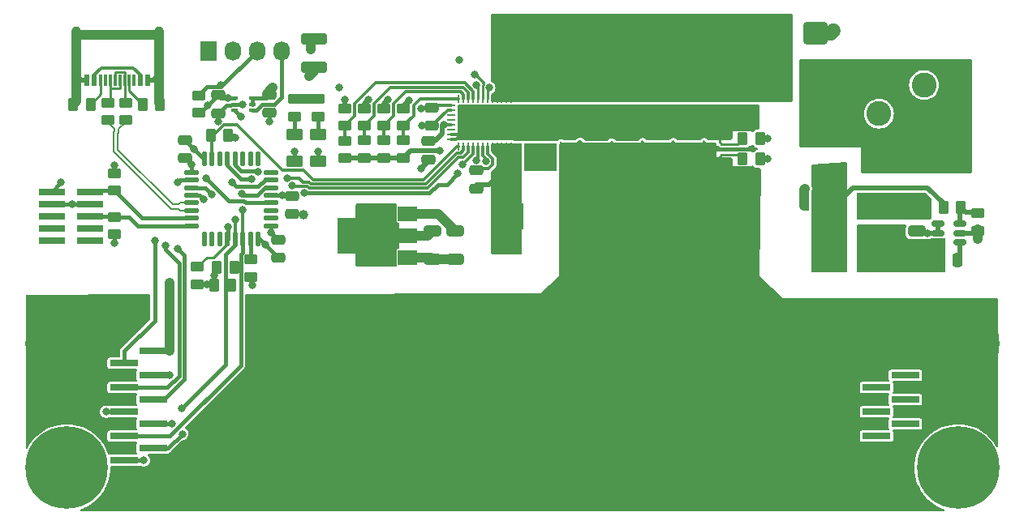
<source format=gtl>
G04 #@! TF.GenerationSoftware,KiCad,Pcbnew,7.0.7-7.0.7~ubuntu22.04.1*
G04 #@! TF.CreationDate,2024-03-15T11:13:54+01:00*
G04 #@! TF.ProjectId,kicad,6b696361-642e-46b6-9963-61645f706362,302*
G04 #@! TF.SameCoordinates,Original*
G04 #@! TF.FileFunction,Copper,L1,Top*
G04 #@! TF.FilePolarity,Positive*
%FSLAX46Y46*%
G04 Gerber Fmt 4.6, Leading zero omitted, Abs format (unit mm)*
G04 Created by KiCad (PCBNEW 7.0.7-7.0.7~ubuntu22.04.1) date 2024-03-15 11:13:54*
%MOMM*%
%LPD*%
G01*
G04 APERTURE LIST*
G04 Aperture macros list*
%AMRoundRect*
0 Rectangle with rounded corners*
0 $1 Rounding radius*
0 $2 $3 $4 $5 $6 $7 $8 $9 X,Y pos of 4 corners*
0 Add a 4 corners polygon primitive as box body*
4,1,4,$2,$3,$4,$5,$6,$7,$8,$9,$2,$3,0*
0 Add four circle primitives for the rounded corners*
1,1,$1+$1,$2,$3*
1,1,$1+$1,$4,$5*
1,1,$1+$1,$6,$7*
1,1,$1+$1,$8,$9*
0 Add four rect primitives between the rounded corners*
20,1,$1+$1,$2,$3,$4,$5,0*
20,1,$1+$1,$4,$5,$6,$7,0*
20,1,$1+$1,$6,$7,$8,$9,0*
20,1,$1+$1,$8,$9,$2,$3,0*%
%AMFreePoly0*
4,1,19,0.500000,-0.750000,0.000000,-0.750000,0.000000,-0.744911,-0.071157,-0.744911,-0.207708,-0.704816,-0.327430,-0.627875,-0.420627,-0.520320,-0.479746,-0.390866,-0.500000,-0.250000,-0.500000,0.250000,-0.479746,0.390866,-0.420627,0.520320,-0.327430,0.627875,-0.207708,0.704816,-0.071157,0.744911,0.000000,0.744911,0.000000,0.750000,0.500000,0.750000,0.500000,-0.750000,0.500000,-0.750000,
$1*%
%AMFreePoly1*
4,1,19,0.000000,0.744911,0.071157,0.744911,0.207708,0.704816,0.327430,0.627875,0.420627,0.520320,0.479746,0.390866,0.500000,0.250000,0.500000,-0.250000,0.479746,-0.390866,0.420627,-0.520320,0.327430,-0.627875,0.207708,-0.704816,0.071157,-0.744911,0.000000,-0.744911,0.000000,-0.750000,-0.500000,-0.750000,-0.500000,0.750000,0.000000,0.750000,0.000000,0.744911,0.000000,0.744911,
$1*%
G04 Aperture macros list end*
G04 #@! TA.AperFunction,SMDPad,CuDef*
%ADD10R,3.300000X2.800000*%
G04 #@! TD*
G04 #@! TA.AperFunction,SMDPad,CuDef*
%ADD11RoundRect,0.250000X0.262500X0.450000X-0.262500X0.450000X-0.262500X-0.450000X0.262500X-0.450000X0*%
G04 #@! TD*
G04 #@! TA.AperFunction,SMDPad,CuDef*
%ADD12RoundRect,0.250000X-0.325000X-0.650000X0.325000X-0.650000X0.325000X0.650000X-0.325000X0.650000X0*%
G04 #@! TD*
G04 #@! TA.AperFunction,SMDPad,CuDef*
%ADD13RoundRect,0.250000X-0.262500X-0.450000X0.262500X-0.450000X0.262500X0.450000X-0.262500X0.450000X0*%
G04 #@! TD*
G04 #@! TA.AperFunction,SMDPad,CuDef*
%ADD14RoundRect,0.250000X-0.650000X0.325000X-0.650000X-0.325000X0.650000X-0.325000X0.650000X0.325000X0*%
G04 #@! TD*
G04 #@! TA.AperFunction,SMDPad,CuDef*
%ADD15RoundRect,0.250000X-0.475000X0.250000X-0.475000X-0.250000X0.475000X-0.250000X0.475000X0.250000X0*%
G04 #@! TD*
G04 #@! TA.AperFunction,SMDPad,CuDef*
%ADD16RoundRect,0.250000X0.800000X-0.450000X0.800000X0.450000X-0.800000X0.450000X-0.800000X-0.450000X0*%
G04 #@! TD*
G04 #@! TA.AperFunction,SMDPad,CuDef*
%ADD17RoundRect,0.250000X0.450000X-0.262500X0.450000X0.262500X-0.450000X0.262500X-0.450000X-0.262500X0*%
G04 #@! TD*
G04 #@! TA.AperFunction,SMDPad,CuDef*
%ADD18RoundRect,0.250000X1.100000X-0.325000X1.100000X0.325000X-1.100000X0.325000X-1.100000X-0.325000X0*%
G04 #@! TD*
G04 #@! TA.AperFunction,SMDPad,CuDef*
%ADD19RoundRect,0.250000X-1.100000X0.325000X-1.100000X-0.325000X1.100000X-0.325000X1.100000X0.325000X0*%
G04 #@! TD*
G04 #@! TA.AperFunction,SMDPad,CuDef*
%ADD20R,2.000000X1.500000*%
G04 #@! TD*
G04 #@! TA.AperFunction,SMDPad,CuDef*
%ADD21R,2.000000X3.800000*%
G04 #@! TD*
G04 #@! TA.AperFunction,SMDPad,CuDef*
%ADD22RoundRect,0.250000X0.475000X-0.250000X0.475000X0.250000X-0.475000X0.250000X-0.475000X-0.250000X0*%
G04 #@! TD*
G04 #@! TA.AperFunction,ComponentPad*
%ADD23R,2.600000X2.600000*%
G04 #@! TD*
G04 #@! TA.AperFunction,ComponentPad*
%ADD24C,2.600000*%
G04 #@! TD*
G04 #@! TA.AperFunction,SMDPad,CuDef*
%ADD25R,2.760000X0.650000*%
G04 #@! TD*
G04 #@! TA.AperFunction,SMDPad,CuDef*
%ADD26RoundRect,0.250000X0.250000X0.475000X-0.250000X0.475000X-0.250000X-0.475000X0.250000X-0.475000X0*%
G04 #@! TD*
G04 #@! TA.AperFunction,SMDPad,CuDef*
%ADD27RoundRect,0.250000X-0.450000X0.262500X-0.450000X-0.262500X0.450000X-0.262500X0.450000X0.262500X0*%
G04 #@! TD*
G04 #@! TA.AperFunction,SMDPad,CuDef*
%ADD28RoundRect,0.250000X0.625000X-0.375000X0.625000X0.375000X-0.625000X0.375000X-0.625000X-0.375000X0*%
G04 #@! TD*
G04 #@! TA.AperFunction,SMDPad,CuDef*
%ADD29R,1.500000X4.000000*%
G04 #@! TD*
G04 #@! TA.AperFunction,SMDPad,CuDef*
%ADD30R,0.650000X0.400000*%
G04 #@! TD*
G04 #@! TA.AperFunction,SMDPad,CuDef*
%ADD31RoundRect,0.062500X0.062500X-0.337500X0.062500X0.337500X-0.062500X0.337500X-0.062500X-0.337500X0*%
G04 #@! TD*
G04 #@! TA.AperFunction,SMDPad,CuDef*
%ADD32RoundRect,0.062500X0.337500X-0.062500X0.337500X0.062500X-0.337500X0.062500X-0.337500X-0.062500X0*%
G04 #@! TD*
G04 #@! TA.AperFunction,ComponentPad*
%ADD33C,0.400000*%
G04 #@! TD*
G04 #@! TA.AperFunction,SMDPad,CuDef*
%ADD34R,5.300000X3.300000*%
G04 #@! TD*
G04 #@! TA.AperFunction,SMDPad,CuDef*
%ADD35R,0.600000X1.150000*%
G04 #@! TD*
G04 #@! TA.AperFunction,SMDPad,CuDef*
%ADD36R,0.300000X1.150000*%
G04 #@! TD*
G04 #@! TA.AperFunction,ComponentPad*
%ADD37O,1.000000X2.100000*%
G04 #@! TD*
G04 #@! TA.AperFunction,ComponentPad*
%ADD38O,1.000000X1.800000*%
G04 #@! TD*
G04 #@! TA.AperFunction,SMDPad,CuDef*
%ADD39RoundRect,0.125000X0.625000X0.125000X-0.625000X0.125000X-0.625000X-0.125000X0.625000X-0.125000X0*%
G04 #@! TD*
G04 #@! TA.AperFunction,SMDPad,CuDef*
%ADD40RoundRect,0.125000X0.125000X0.625000X-0.125000X0.625000X-0.125000X-0.625000X0.125000X-0.625000X0*%
G04 #@! TD*
G04 #@! TA.AperFunction,SMDPad,CuDef*
%ADD41RoundRect,0.250000X-0.250000X-0.475000X0.250000X-0.475000X0.250000X0.475000X-0.250000X0.475000X0*%
G04 #@! TD*
G04 #@! TA.AperFunction,SMDPad,CuDef*
%ADD42R,2.000000X2.000000*%
G04 #@! TD*
G04 #@! TA.AperFunction,SMDPad,CuDef*
%ADD43R,4.245000X3.810000*%
G04 #@! TD*
G04 #@! TA.AperFunction,SMDPad,CuDef*
%ADD44RoundRect,0.250000X0.625000X-0.312500X0.625000X0.312500X-0.625000X0.312500X-0.625000X-0.312500X0*%
G04 #@! TD*
G04 #@! TA.AperFunction,ComponentPad*
%ADD45R,1.730000X2.030000*%
G04 #@! TD*
G04 #@! TA.AperFunction,ComponentPad*
%ADD46O,1.730000X2.030000*%
G04 #@! TD*
G04 #@! TA.AperFunction,SMDPad,CuDef*
%ADD47RoundRect,0.250000X-1.000000X-0.900000X1.000000X-0.900000X1.000000X0.900000X-1.000000X0.900000X0*%
G04 #@! TD*
G04 #@! TA.AperFunction,SMDPad,CuDef*
%ADD48FreePoly0,180.000000*%
G04 #@! TD*
G04 #@! TA.AperFunction,SMDPad,CuDef*
%ADD49FreePoly1,180.000000*%
G04 #@! TD*
G04 #@! TA.AperFunction,SMDPad,CuDef*
%ADD50RoundRect,0.250000X0.650000X-0.325000X0.650000X0.325000X-0.650000X0.325000X-0.650000X-0.325000X0*%
G04 #@! TD*
G04 #@! TA.AperFunction,ComponentPad*
%ADD51C,0.900000*%
G04 #@! TD*
G04 #@! TA.AperFunction,ComponentPad*
%ADD52C,8.600000*%
G04 #@! TD*
G04 #@! TA.AperFunction,SMDPad,CuDef*
%ADD53R,3.000000X0.650000*%
G04 #@! TD*
G04 #@! TA.AperFunction,SMDPad,CuDef*
%ADD54RoundRect,0.150000X0.512500X0.150000X-0.512500X0.150000X-0.512500X-0.150000X0.512500X-0.150000X0*%
G04 #@! TD*
G04 #@! TA.AperFunction,ViaPad*
%ADD55C,0.800000*%
G04 #@! TD*
G04 #@! TA.AperFunction,ViaPad*
%ADD56C,1.000000*%
G04 #@! TD*
G04 #@! TA.AperFunction,Conductor*
%ADD57C,0.254000*%
G04 #@! TD*
G04 #@! TA.AperFunction,Conductor*
%ADD58C,1.000000*%
G04 #@! TD*
G04 #@! TA.AperFunction,Conductor*
%ADD59C,0.500000*%
G04 #@! TD*
G04 #@! TA.AperFunction,Conductor*
%ADD60C,0.400000*%
G04 #@! TD*
G04 #@! TA.AperFunction,Conductor*
%ADD61C,0.300000*%
G04 #@! TD*
G04 #@! TA.AperFunction,Conductor*
%ADD62C,1.500000*%
G04 #@! TD*
G04 #@! TA.AperFunction,Conductor*
%ADD63C,2.000000*%
G04 #@! TD*
G04 #@! TA.AperFunction,Conductor*
%ADD64C,0.200000*%
G04 #@! TD*
G04 APERTURE END LIST*
D10*
X107066000Y-80899000D03*
X114676000Y-80899000D03*
D11*
X70786000Y-69215000D03*
X68961000Y-69215000D03*
D12*
X141425000Y-79619000D03*
X144375000Y-79619000D03*
D13*
X152528500Y-80000000D03*
X154353500Y-80000000D03*
D14*
X99187000Y-82472000D03*
X99187000Y-85422000D03*
D15*
X99110800Y-69584000D03*
X99110800Y-71484000D03*
D16*
X147091000Y-83851000D03*
X147091000Y-79451000D03*
D17*
X92118800Y-74826500D03*
X92118800Y-73001500D03*
D18*
X119500000Y-75377000D03*
X119500000Y-72427000D03*
D11*
X133400800Y-72796400D03*
X131575800Y-72796400D03*
D17*
X65301500Y-70889500D03*
X65301500Y-69064500D03*
D13*
X131575800Y-74930000D03*
X133400800Y-74930000D03*
D15*
X103752000Y-76139000D03*
X103752000Y-78039000D03*
D19*
X122725800Y-66888000D03*
X122725800Y-69838000D03*
D15*
X83161500Y-83379000D03*
X83161500Y-85279000D03*
D20*
X96622000Y-85231000D03*
X96622000Y-82931000D03*
D21*
X90322000Y-82931000D03*
D20*
X96622000Y-80631000D03*
D22*
X113505600Y-74400000D03*
X113505600Y-72500000D03*
D23*
X150500000Y-73200000D03*
D24*
X150500000Y-67200000D03*
X145800000Y-70200000D03*
D17*
X66052000Y-82827500D03*
X66052000Y-81002500D03*
X67206500Y-70889500D03*
X67206500Y-69064500D03*
D13*
X61698500Y-69215000D03*
X63523500Y-69215000D03*
D25*
X59460000Y-78359000D03*
X63500000Y-78359000D03*
X59460000Y-79629000D03*
X63500000Y-79629000D03*
X59460000Y-80899000D03*
X63500000Y-80899000D03*
X59460000Y-82169000D03*
X63500000Y-82169000D03*
X59460000Y-83439000D03*
X63500000Y-83439000D03*
D26*
X154010000Y-85461000D03*
X152110000Y-85461000D03*
D17*
X94150800Y-74826500D03*
X94150800Y-73001500D03*
D15*
X84582000Y-78806000D03*
X84582000Y-80706000D03*
D22*
X73382500Y-74865000D03*
X73382500Y-72965000D03*
D27*
X84836000Y-68660000D03*
X84836000Y-70485000D03*
D28*
X87249000Y-75163500D03*
X87249000Y-72363500D03*
D15*
X82169000Y-68204000D03*
X82169000Y-70104000D03*
D14*
X101600000Y-82472000D03*
X101600000Y-85422000D03*
D17*
X74803000Y-70127500D03*
X74803000Y-68302500D03*
D18*
X116299600Y-75377000D03*
X116299600Y-72427000D03*
D15*
X113725200Y-67850000D03*
X113725200Y-69750000D03*
D29*
X144573000Y-83810000D03*
X140973000Y-83810000D03*
D19*
X116325000Y-66889800D03*
X116325000Y-69839800D03*
D17*
X92118800Y-71461700D03*
X92118800Y-69636700D03*
D15*
X76835000Y-68265000D03*
X76835000Y-70165000D03*
D19*
X86868000Y-62406000D03*
X86868000Y-65356000D03*
D18*
X129159000Y-75363600D03*
X129159000Y-72413600D03*
D30*
X78552000Y-68565000D03*
X78552000Y-69215000D03*
X78552000Y-69865000D03*
X80452000Y-69865000D03*
X80452000Y-69215000D03*
X80452000Y-68565000D03*
D17*
X74676000Y-88034500D03*
X74676000Y-86209500D03*
D11*
X77912500Y-72500000D03*
X76087500Y-72500000D03*
D27*
X156108000Y-80587500D03*
X156108000Y-82412500D03*
D15*
X98806000Y-73091000D03*
X98806000Y-74991000D03*
D31*
X101941800Y-73608000D03*
X102441800Y-73608000D03*
X102941800Y-73608000D03*
X103441800Y-73608000D03*
X103941800Y-73608000D03*
X104441800Y-73608000D03*
X104941800Y-73608000D03*
X105441800Y-73608000D03*
X105941800Y-73608000D03*
X106441800Y-73608000D03*
X106941800Y-73608000D03*
X107441800Y-73608000D03*
D32*
X108191800Y-72858000D03*
X108191800Y-72358000D03*
X108191800Y-71858000D03*
X108191800Y-71358000D03*
X108191800Y-70858000D03*
X108191800Y-70358000D03*
X108191800Y-69858000D03*
X108191800Y-69358000D03*
D31*
X107441800Y-68608000D03*
X106941800Y-68608000D03*
X106441800Y-68608000D03*
X105941800Y-68608000D03*
X105441800Y-68608000D03*
X104941800Y-68608000D03*
X104441800Y-68608000D03*
X103941800Y-68608000D03*
X103441800Y-68608000D03*
X102941800Y-68608000D03*
X102441800Y-68608000D03*
X101941800Y-68608000D03*
D32*
X101191800Y-69358000D03*
X101191800Y-69858000D03*
X101191800Y-70358000D03*
X101191800Y-70858000D03*
X101191800Y-71358000D03*
X101191800Y-71858000D03*
X101191800Y-72358000D03*
X101191800Y-72858000D03*
D33*
X103291800Y-72388000D03*
X104691800Y-72388000D03*
X106091800Y-72388000D03*
X102291800Y-71108000D03*
X103291800Y-71108000D03*
X104691800Y-71108000D03*
D34*
X104691800Y-71108000D03*
D33*
X106091800Y-71108000D03*
X107091800Y-71108000D03*
X103291800Y-69828000D03*
X104691800Y-69828000D03*
X106091800Y-69828000D03*
D17*
X66052000Y-78255500D03*
X66052000Y-76430500D03*
D15*
X109762800Y-67850000D03*
X109762800Y-69750000D03*
D35*
X69526000Y-66680000D03*
X68726000Y-66680000D03*
D36*
X67576000Y-66680000D03*
X66576000Y-66680000D03*
X66076000Y-66680000D03*
X65076000Y-66680000D03*
D35*
X63926000Y-66680000D03*
X63126000Y-66680000D03*
X63126000Y-66680000D03*
X63926000Y-66680000D03*
D36*
X64576000Y-66680000D03*
X65576000Y-66680000D03*
X67076000Y-66680000D03*
X68076000Y-66680000D03*
D35*
X68726000Y-66680000D03*
X69526000Y-66680000D03*
D37*
X70646000Y-66105000D03*
D38*
X70646000Y-61925000D03*
D37*
X62006000Y-66105000D03*
D38*
X62006000Y-61925000D03*
D27*
X87249000Y-68660000D03*
X87249000Y-70485000D03*
D39*
X82383500Y-81922000D03*
X82383500Y-81122000D03*
X82383500Y-80322000D03*
X82383500Y-79522000D03*
X82383500Y-78722000D03*
X82383500Y-77922000D03*
X82383500Y-77122000D03*
X82383500Y-76322000D03*
D40*
X81008500Y-74947000D03*
X80208500Y-74947000D03*
X79408500Y-74947000D03*
X78608500Y-74947000D03*
X77808500Y-74947000D03*
X77008500Y-74947000D03*
X76208500Y-74947000D03*
X75408500Y-74947000D03*
D39*
X74033500Y-76322000D03*
X74033500Y-77122000D03*
X74033500Y-77922000D03*
X74033500Y-78722000D03*
X74033500Y-79522000D03*
X74033500Y-80322000D03*
X74033500Y-81122000D03*
X74033500Y-81922000D03*
D40*
X75408500Y-83297000D03*
X76208500Y-83297000D03*
X77008500Y-83297000D03*
X77808500Y-83297000D03*
X78608500Y-83297000D03*
X79408500Y-83297000D03*
X80208500Y-83297000D03*
X81008500Y-83297000D03*
D17*
X80240500Y-87273500D03*
X80240500Y-85448500D03*
D41*
X107424800Y-75299000D03*
X109324800Y-75299000D03*
D42*
X141351000Y-76553000D03*
D13*
X76407000Y-88138000D03*
X78232000Y-88138000D03*
D17*
X96182800Y-71448300D03*
X96182800Y-69623300D03*
X90086800Y-74865300D03*
X90086800Y-73040300D03*
D43*
X139687500Y-66750000D03*
X133312500Y-66750000D03*
D44*
X111295800Y-75362500D03*
X111295800Y-72437500D03*
D45*
X75819000Y-63627000D03*
D46*
X78359000Y-63627000D03*
X80899000Y-63627000D03*
X83439000Y-63627000D03*
D19*
X119525400Y-66888000D03*
X119525400Y-69838000D03*
D17*
X96182800Y-74814500D03*
X96182800Y-72989500D03*
D27*
X94150800Y-69634800D03*
X94150800Y-71459800D03*
D13*
X76684500Y-86233000D03*
X78509500Y-86233000D03*
D47*
X134850000Y-61750000D03*
X139150000Y-61750000D03*
D28*
X84836000Y-75163500D03*
X84836000Y-72363500D03*
D19*
X125926200Y-66889800D03*
X125926200Y-69839800D03*
D18*
X122700400Y-75363600D03*
X122700400Y-72413600D03*
D48*
X139319000Y-79601000D03*
D49*
X138019000Y-79601000D03*
D50*
X149758000Y-82491000D03*
X149758000Y-79541000D03*
D27*
X90086800Y-69636700D03*
X90086800Y-71461700D03*
D15*
X111744000Y-67850000D03*
X111744000Y-69750000D03*
D19*
X129126600Y-66889800D03*
X129126600Y-69839800D03*
D51*
X61042000Y-97436000D03*
X154042000Y-97436000D03*
X58761581Y-96491419D03*
X63322419Y-96491419D03*
X151761581Y-96491419D03*
X156322419Y-96491419D03*
X57817000Y-94211000D03*
D52*
X61042000Y-94211000D03*
D51*
X64267000Y-94211000D03*
X150817000Y-94211000D03*
D52*
X154042000Y-94211000D03*
D51*
X157267000Y-94211000D03*
X58761581Y-91930581D03*
X63322419Y-91930581D03*
X151761581Y-91930581D03*
X156322419Y-91930581D03*
X61042000Y-90986000D03*
X154042000Y-90986000D03*
X61042000Y-110436000D03*
X154042000Y-110436000D03*
X58761581Y-109491419D03*
X63322419Y-109491419D03*
X151761581Y-109491419D03*
X156322419Y-109491419D03*
X57817000Y-107211000D03*
D52*
X61042000Y-107211000D03*
D51*
X64267000Y-107211000D03*
X150817000Y-107211000D03*
D52*
X154042000Y-107211000D03*
D51*
X157267000Y-107211000D03*
X58761581Y-104930581D03*
X63322419Y-104930581D03*
X151761581Y-104930581D03*
X156322419Y-104930581D03*
X61042000Y-103986000D03*
X154042000Y-103986000D03*
D53*
X70042000Y-94996000D03*
X67042000Y-96266000D03*
X70042000Y-97536000D03*
X67042000Y-98806000D03*
X70042000Y-100076000D03*
X67042000Y-101346000D03*
X70042000Y-102616000D03*
X67042000Y-103886000D03*
X70042000Y-105156000D03*
X67042000Y-106426000D03*
X148542000Y-97536000D03*
X145542000Y-98806000D03*
X148542000Y-100076000D03*
X145542000Y-101346000D03*
X148542000Y-102616000D03*
X145542000Y-103886000D03*
D54*
X154197500Y-83617000D03*
X154197500Y-82667000D03*
X154197500Y-81717000D03*
X151922500Y-81717000D03*
X151922500Y-82667000D03*
X151922500Y-83617000D03*
D18*
X125933200Y-75363600D03*
X125933200Y-72413600D03*
D55*
X124762800Y-71550000D03*
X145669000Y-79619000D03*
X129762800Y-71550000D03*
X130262800Y-70701600D03*
X109212800Y-70701600D03*
X114712800Y-71550000D03*
X116262800Y-70701600D03*
X66040000Y-83693000D03*
X98000000Y-85231000D03*
X112212800Y-70701600D03*
X121262800Y-70701600D03*
X126262800Y-70701600D03*
X120762800Y-71550000D03*
X125762800Y-71550000D03*
X114212800Y-70701600D03*
X69088000Y-106426000D03*
X71764600Y-97536000D03*
X81745250Y-83862750D03*
X82169000Y-70993000D03*
X110712800Y-71550000D03*
X156083000Y-83284000D03*
X98044000Y-75946000D03*
X123262800Y-70701600D03*
X118262800Y-70701600D03*
X147500000Y-80750000D03*
X128262800Y-70701600D03*
X122262800Y-70701600D03*
X127262800Y-70701600D03*
X65151000Y-101346000D03*
X148500000Y-80750000D03*
X146500000Y-80750000D03*
X118762800Y-71550000D03*
X115762800Y-71550000D03*
X74313250Y-73895750D03*
X111212800Y-70701600D03*
X121762800Y-71550000D03*
X130747600Y-71550000D03*
X70646000Y-68072000D03*
X125262800Y-70701600D03*
X113712800Y-71550000D03*
X61595000Y-79629000D03*
X113212800Y-70701600D03*
X126762800Y-71550000D03*
X145500000Y-80750000D03*
X128762800Y-71550000D03*
X117762800Y-71550000D03*
X122762800Y-71550000D03*
X141000000Y-61500000D03*
X119262800Y-70701600D03*
D56*
X85725000Y-80772000D03*
D55*
X86360000Y-66294000D03*
X124262800Y-70701600D03*
X110212800Y-70701600D03*
X79375000Y-69215000D03*
X111712800Y-71550000D03*
X80391000Y-88138000D03*
X76835000Y-70993000D03*
X148696200Y-79318520D03*
X127762800Y-71550000D03*
X120262800Y-70701600D03*
X116762800Y-71550000D03*
X112712800Y-71550000D03*
X117262800Y-70701600D03*
X109712800Y-71550000D03*
X129262800Y-70701600D03*
X149500000Y-80750000D03*
X123762800Y-71550000D03*
X119762800Y-71550000D03*
X115262800Y-70701600D03*
X62006000Y-68072000D03*
X100405646Y-71375741D03*
X92525200Y-68720400D03*
X96742400Y-68843608D03*
X90086800Y-68771200D03*
X103648100Y-66100000D03*
X94557200Y-68720400D03*
X99948994Y-74041227D03*
X102362764Y-75464962D03*
X103759000Y-75087100D03*
X85855810Y-78485665D03*
X104782487Y-75198019D03*
X77851000Y-82042000D03*
X101854000Y-76454000D03*
X136144000Y-63627000D03*
X150876000Y-82667000D03*
X86500000Y-63500000D03*
X136194800Y-60706000D03*
X105121200Y-67502080D03*
X98062400Y-69634800D03*
X134213600Y-74879200D03*
X134213600Y-72796400D03*
X98128200Y-71463600D03*
D56*
X130000000Y-79000000D03*
X130000000Y-83000000D03*
X132000000Y-79000000D03*
X128000000Y-83000000D03*
X118000000Y-77000000D03*
X126000000Y-77000000D03*
X124000000Y-77000000D03*
X132000000Y-81000000D03*
X122000000Y-79000000D03*
X120000000Y-79000000D03*
X124000000Y-83000000D03*
X132000000Y-83000000D03*
X120000000Y-77000000D03*
X122000000Y-81000000D03*
X120000000Y-83000000D03*
X130000000Y-77000000D03*
X124000000Y-81000000D03*
X128000000Y-79000000D03*
X118000000Y-79000000D03*
X120000000Y-81000000D03*
X130000000Y-81000000D03*
X116000000Y-83000000D03*
X116000000Y-77000000D03*
X126000000Y-81000000D03*
X126000000Y-79000000D03*
X124000000Y-79000000D03*
X116000000Y-79000000D03*
X118000000Y-83000000D03*
X122000000Y-77000000D03*
X128000000Y-77000000D03*
X128000000Y-81000000D03*
X118000000Y-81000000D03*
X126000000Y-83000000D03*
X116000000Y-81000000D03*
X132000000Y-77000000D03*
X122000000Y-83000000D03*
D55*
X93000000Y-80900000D03*
X93000000Y-84900000D03*
X75788500Y-69311500D03*
X92000000Y-81900000D03*
X76407000Y-87122000D03*
X95000000Y-80900000D03*
X93000000Y-81900000D03*
X83566000Y-78722000D03*
X78597200Y-72713088D03*
X86106000Y-68660000D03*
X82383500Y-82601000D03*
X94000000Y-80900000D03*
X95000000Y-82900000D03*
X71764600Y-94996000D03*
X72009000Y-102616000D03*
X71755000Y-87884000D03*
X93000000Y-82900000D03*
X95000000Y-84900000D03*
X92000000Y-83900000D03*
X94000000Y-84900000D03*
X98000000Y-82931000D03*
X66040000Y-75565000D03*
X94000000Y-83900000D03*
X93000000Y-83900000D03*
X94000000Y-82900000D03*
X92000000Y-82900000D03*
X95000000Y-81900000D03*
X74033500Y-75516000D03*
X77851000Y-68565000D03*
X92000000Y-80900000D03*
X92000000Y-84900000D03*
X75692000Y-88034500D03*
X95000000Y-83900000D03*
X94000000Y-81900000D03*
X70231000Y-83439000D03*
X72644000Y-77343000D03*
X75311000Y-79121000D03*
X71332062Y-83956649D03*
X76175970Y-78637030D03*
X72657935Y-84314065D03*
X79375000Y-80264000D03*
X84060482Y-76943425D03*
X73025000Y-100965000D03*
X84584078Y-77738986D03*
X78613000Y-81280000D03*
X73092899Y-103660211D03*
X102000000Y-64600000D03*
X100564000Y-81436000D03*
X103748620Y-67176509D03*
X89500000Y-67500000D03*
X138049000Y-78077000D03*
X82500000Y-67500000D03*
X84836000Y-74168000D03*
X80303652Y-77012800D03*
X87249000Y-74168000D03*
X81026000Y-76248900D03*
X75565000Y-76962000D03*
X60428400Y-77390600D03*
X79334722Y-78578000D03*
X79248000Y-70510400D03*
X78282800Y-77368400D03*
X77113400Y-67213100D03*
D57*
X129159000Y-73126600D02*
X129387600Y-73355200D01*
D58*
X99187000Y-85422000D02*
X101600000Y-85422000D01*
D59*
X155750500Y-82667000D02*
X156108000Y-82309500D01*
D60*
X76835000Y-70165000D02*
X76835000Y-70993000D01*
D58*
X62006000Y-68907500D02*
X61698500Y-69215000D01*
D57*
X131017000Y-73355200D02*
X131575800Y-72796400D01*
D59*
X70071000Y-66680000D02*
X70646000Y-66105000D01*
D58*
X86868000Y-65356000D02*
X86868000Y-65786000D01*
D60*
X78162655Y-69317400D02*
X77682600Y-69317400D01*
D57*
X129387600Y-73355200D02*
X131017000Y-73355200D01*
D61*
X101191800Y-72358000D02*
X103441800Y-72358000D01*
D60*
X77682600Y-69317400D02*
X76835000Y-70165000D01*
X81008500Y-83297000D02*
X81179500Y-83297000D01*
D58*
X147091000Y-79451000D02*
X149668000Y-79451000D01*
D60*
X80240500Y-87273500D02*
X80240500Y-87987500D01*
D59*
X98806000Y-75184000D02*
X98044000Y-75946000D01*
D60*
X67042000Y-106426000D02*
X69088000Y-106426000D01*
D61*
X101191800Y-72858000D02*
X101640000Y-72858000D01*
D58*
X96622000Y-85231000D02*
X98996000Y-85231000D01*
D60*
X80240500Y-87987500D02*
X80391000Y-88138000D01*
X78552000Y-69215000D02*
X79375000Y-69215000D01*
D61*
X103390000Y-71108000D02*
X104691800Y-71108000D01*
D58*
X62006000Y-61925000D02*
X70646000Y-61925000D01*
D60*
X84582000Y-80706000D02*
X85659000Y-80706000D01*
D62*
X140750000Y-61750000D02*
X141000000Y-61500000D01*
D58*
X98996000Y-85231000D02*
X99187000Y-85422000D01*
X70646000Y-66105000D02*
X70646000Y-68072000D01*
X144375000Y-79619000D02*
X146923000Y-79619000D01*
D60*
X66052000Y-82827500D02*
X66052000Y-83681000D01*
D58*
X156108000Y-82309500D02*
X156108000Y-83259000D01*
X86868000Y-65786000D02*
X86360000Y-66294000D01*
D61*
X101640000Y-72858000D02*
X103390000Y-71108000D01*
D60*
X59460000Y-79629000D02*
X63500000Y-79629000D01*
D58*
X156108000Y-83259000D02*
X156083000Y-83284000D01*
D60*
X81179500Y-83297000D02*
X83161500Y-85279000D01*
X70042000Y-97536000D02*
X71764600Y-97536000D01*
D58*
X62006000Y-61925000D02*
X62006000Y-66105000D01*
D60*
X66052000Y-83681000D02*
X66040000Y-83693000D01*
X78265055Y-69215000D02*
X78162655Y-69317400D01*
D59*
X98806000Y-74991000D02*
X98806000Y-75184000D01*
X154197500Y-82667000D02*
X155750500Y-82667000D01*
D58*
X70646000Y-69075000D02*
X70786000Y-69215000D01*
D59*
X63126000Y-66680000D02*
X62581000Y-66680000D01*
D57*
X129159000Y-72413600D02*
X129159000Y-73126600D01*
D60*
X75408500Y-74947000D02*
X75364500Y-74947000D01*
D62*
X139150000Y-61750000D02*
X140750000Y-61750000D01*
D58*
X62006000Y-66105000D02*
X62006000Y-68907500D01*
X70646000Y-61925000D02*
X70646000Y-66105000D01*
D60*
X75364500Y-74947000D02*
X73382500Y-72965000D01*
D58*
X146923000Y-79619000D02*
X147091000Y-79451000D01*
D59*
X69526000Y-66680000D02*
X70071000Y-66680000D01*
D60*
X85659000Y-80706000D02*
X85725000Y-80772000D01*
D61*
X103441800Y-72358000D02*
X104691800Y-71108000D01*
D60*
X82169000Y-70104000D02*
X82169000Y-70993000D01*
D58*
X70646000Y-68072000D02*
X70646000Y-69075000D01*
D60*
X67042000Y-101346000D02*
X65151000Y-101346000D01*
D59*
X62581000Y-66680000D02*
X62006000Y-66105000D01*
D60*
X78552000Y-69215000D02*
X78265055Y-69215000D01*
D58*
X149668000Y-79451000D02*
X149758000Y-79541000D01*
D59*
X152528500Y-79602500D02*
X150876000Y-77950000D01*
X150876000Y-77950000D02*
X143094000Y-77950000D01*
D58*
X141351000Y-79545000D02*
X141425000Y-79619000D01*
X141425000Y-79619000D02*
X141425000Y-83358000D01*
D59*
X152528500Y-80000000D02*
X152528500Y-79602500D01*
D58*
X141351000Y-76553000D02*
X141351000Y-79545000D01*
D59*
X143094000Y-77950000D02*
X141425000Y-79619000D01*
X141407000Y-79601000D02*
X141425000Y-79619000D01*
D58*
X141425000Y-83358000D02*
X140973000Y-83810000D01*
D59*
X139319000Y-79601000D02*
X141407000Y-79601000D01*
X94150800Y-69126800D02*
X94557200Y-68720400D01*
D57*
X104441800Y-67249283D02*
X104500000Y-67191083D01*
D61*
X101191800Y-71358000D02*
X100423387Y-71358000D01*
D59*
X92118800Y-69636700D02*
X92118800Y-69126800D01*
X100238200Y-71543187D02*
X100405646Y-71375741D01*
X96182800Y-69403208D02*
X96742400Y-68843608D01*
X92118800Y-69126800D02*
X92525200Y-68720400D01*
X96182800Y-69636700D02*
X96182800Y-69403208D01*
D57*
X104441800Y-68608000D02*
X104441800Y-67249283D01*
D61*
X104500000Y-66934545D02*
X103665455Y-66100000D01*
D59*
X98806000Y-73091000D02*
X99451483Y-73091000D01*
X90086800Y-69636700D02*
X90086800Y-68771200D01*
X94150800Y-69634800D02*
X94150800Y-69126800D01*
X99451483Y-73091000D02*
X100238200Y-72304283D01*
D57*
X104500000Y-67191083D02*
X104500000Y-67000000D01*
D61*
X100423387Y-71358000D02*
X100405646Y-71375741D01*
D59*
X100238200Y-72304283D02*
X100238200Y-71543187D01*
D61*
X104500000Y-67000000D02*
X104500000Y-66934545D01*
X103665455Y-66100000D02*
X103648100Y-66100000D01*
D59*
X94150800Y-74812600D02*
X96180900Y-74812600D01*
X96180900Y-74812600D02*
X96182800Y-74814500D01*
X92118800Y-74814500D02*
X94148900Y-74814500D01*
D61*
X103441800Y-74392380D02*
X102369218Y-75464962D01*
X102369218Y-75464962D02*
X102362764Y-75464962D01*
D59*
X92068000Y-74865300D02*
X92118800Y-74814500D01*
D61*
X103441800Y-73608000D02*
X103441800Y-74392380D01*
D59*
X96956073Y-74041227D02*
X99948994Y-74041227D01*
X90086800Y-74865300D02*
X92068000Y-74865300D01*
X96182800Y-74814500D02*
X96956073Y-74041227D01*
X94148900Y-74814500D02*
X94150800Y-74812600D01*
D61*
X103941800Y-74904300D02*
X103759000Y-75087100D01*
X103941800Y-73608000D02*
X103941800Y-74904300D01*
D60*
X100711000Y-77597000D02*
X99780080Y-77597000D01*
X101854000Y-76454000D02*
X100711000Y-77597000D01*
X77851000Y-83254500D02*
X77808500Y-83297000D01*
D57*
X76373808Y-85253600D02*
X75631900Y-85253600D01*
D60*
X77851000Y-82042000D02*
X77851000Y-83254500D01*
D57*
X75631900Y-85253600D02*
X74676000Y-86209500D01*
D61*
X104441800Y-74596800D02*
X104782487Y-74937487D01*
D60*
X99780080Y-77597000D02*
X98891415Y-78485665D01*
D61*
X104782487Y-74937487D02*
X104782487Y-75198019D01*
D57*
X77808500Y-83297000D02*
X77808500Y-83818908D01*
D60*
X98891415Y-78485665D02*
X85855810Y-78485665D01*
D61*
X104441800Y-73608000D02*
X104441800Y-74596800D01*
D57*
X77808500Y-83818908D02*
X76373808Y-85253600D01*
D59*
X151922500Y-82667000D02*
X149934000Y-82667000D01*
D58*
X86500000Y-63500000D02*
X86500000Y-62774000D01*
D59*
X151922500Y-82667000D02*
X151922500Y-81717000D01*
D58*
X86500000Y-62774000D02*
X86868000Y-62406000D01*
D59*
X149934000Y-82667000D02*
X149758000Y-82491000D01*
D57*
X104941800Y-68608000D02*
X104941800Y-67681480D01*
X104941800Y-67681480D02*
X105121200Y-67502080D01*
D60*
X133451600Y-74879200D02*
X133400800Y-74930000D01*
D61*
X98113200Y-69584000D02*
X98062400Y-69634800D01*
X99230800Y-69584000D02*
X98113200Y-69584000D01*
X99456800Y-69358000D02*
X99230800Y-69584000D01*
D60*
X134213600Y-74879200D02*
X133451600Y-74879200D01*
D61*
X101191800Y-69358000D02*
X99456800Y-69358000D01*
D59*
X154197500Y-85273500D02*
X154010000Y-85461000D01*
X154197500Y-83617000D02*
X154197500Y-85273500D01*
D61*
X78789935Y-71374000D02*
X77447344Y-71374000D01*
X85733969Y-76090900D02*
X83506835Y-76090900D01*
X76208500Y-72621000D02*
X76087500Y-72500000D01*
X77447344Y-71374000D02*
X76321344Y-72500000D01*
X86721534Y-77078465D02*
X85733969Y-76090900D01*
X101779000Y-73608000D02*
X98308535Y-77078465D01*
X76208500Y-74947000D02*
X76208500Y-72621000D01*
X101941800Y-73608000D02*
X101779000Y-73608000D01*
X76321344Y-72500000D02*
X76087500Y-72500000D01*
X83506835Y-76090900D02*
X78789935Y-71374000D01*
X98308535Y-77078465D02*
X86721534Y-77078465D01*
X101191800Y-69858000D02*
X100775753Y-69858000D01*
X98148600Y-71484000D02*
X98128200Y-71463600D01*
D60*
X134213600Y-72796400D02*
X133400800Y-72796400D01*
D61*
X100775753Y-69858000D02*
X99149753Y-71484000D01*
X99149753Y-71484000D02*
X98148600Y-71484000D01*
X94833856Y-67450400D02*
X93134800Y-69149456D01*
X93134800Y-70445700D02*
X92118800Y-71461700D01*
X102941800Y-68608000D02*
X102941800Y-68002824D01*
X93134800Y-69149456D02*
X93134800Y-70445700D01*
X102941800Y-68002824D02*
X102389376Y-67450400D01*
X102389376Y-67450400D02*
X94833856Y-67450400D01*
X92118800Y-72989500D02*
X92118800Y-71461700D01*
X94150800Y-72987600D02*
X94150800Y-71459800D01*
X96391088Y-67905600D02*
X95166800Y-69129888D01*
X95166800Y-69129888D02*
X95166800Y-70443800D01*
X102441800Y-68608000D02*
X102441800Y-68191953D01*
X102155447Y-67905600D02*
X96391088Y-67905600D01*
X102441800Y-68191953D02*
X102155447Y-67905600D01*
X95166800Y-70443800D02*
X94150800Y-71459800D01*
X97249600Y-70394900D02*
X96182800Y-71461700D01*
X97249600Y-69330000D02*
X97249600Y-70394900D01*
X96182800Y-72989500D02*
X96182800Y-71461700D01*
X97971600Y-68608000D02*
X97249600Y-69330000D01*
X101941800Y-68608000D02*
X97971600Y-68608000D01*
X104941800Y-73608000D02*
X104941800Y-74363988D01*
X105484887Y-75488963D02*
X105073431Y-75900419D01*
X105484887Y-74907075D02*
X105484887Y-75488963D01*
X105073431Y-75900419D02*
X104226419Y-75900419D01*
X104941800Y-74363988D02*
X105484887Y-74907075D01*
X90086800Y-73040300D02*
X90086800Y-71461700D01*
X91089200Y-69145388D02*
X91089200Y-70459300D01*
X103441800Y-67863034D02*
X102571966Y-66993200D01*
X103441800Y-68608000D02*
X103441800Y-67863034D01*
X102571966Y-66993200D02*
X93241388Y-66993200D01*
X91089200Y-70459300D02*
X90086800Y-71461700D01*
X93241388Y-66993200D02*
X91089200Y-69145388D01*
D57*
X131575800Y-74930000D02*
X131169400Y-74523600D01*
X129387600Y-74523600D02*
X129159000Y-74752200D01*
X131169400Y-74523600D02*
X129387600Y-74523600D01*
X129159000Y-74752200D02*
X129159000Y-75363600D01*
D60*
X77135000Y-68565000D02*
X76835000Y-68265000D01*
D58*
X96622000Y-82931000D02*
X98728000Y-82931000D01*
D60*
X77912500Y-72500000D02*
X78384112Y-72500000D01*
D58*
X71764600Y-94996000D02*
X71764600Y-87893600D01*
D60*
X74033500Y-75516000D02*
X73382500Y-74865000D01*
X74676000Y-88034500D02*
X76303500Y-88034500D01*
D58*
X92069000Y-82931000D02*
X92931000Y-82931000D01*
D60*
X82383500Y-81922000D02*
X82383500Y-82601000D01*
X76303500Y-88034500D02*
X76407000Y-88138000D01*
D58*
X90322000Y-82931000D02*
X91931000Y-82931000D01*
D60*
X66052000Y-76430500D02*
X66052000Y-75577000D01*
D58*
X95069000Y-82931000D02*
X96622000Y-82931000D01*
D60*
X78552000Y-68565000D02*
X77851000Y-68565000D01*
X84498000Y-78722000D02*
X84582000Y-78806000D01*
X70042000Y-94996000D02*
X71764600Y-94996000D01*
X74033500Y-76322000D02*
X74033500Y-75516000D01*
D58*
X71764600Y-87893600D02*
X71755000Y-87884000D01*
D60*
X74803000Y-70127500D02*
X74972500Y-70127500D01*
D58*
X94069000Y-82931000D02*
X94931000Y-82931000D01*
D60*
X76407000Y-88138000D02*
X76407000Y-86510500D01*
X66052000Y-75577000D02*
X66040000Y-75565000D01*
D58*
X93069000Y-82931000D02*
X93931000Y-82931000D01*
D60*
X74972500Y-70127500D02*
X76835000Y-68265000D01*
X70042000Y-102616000D02*
X72009000Y-102616000D01*
X82383500Y-82601000D02*
X83161500Y-83379000D01*
X76407000Y-86510500D02*
X76684500Y-86233000D01*
D58*
X98728000Y-82931000D02*
X99187000Y-82472000D01*
D60*
X77851000Y-68565000D02*
X77135000Y-68565000D01*
X78384112Y-72500000D02*
X78597200Y-72713088D01*
X82383500Y-78722000D02*
X84498000Y-78722000D01*
D58*
X87249000Y-68660000D02*
X84836000Y-68660000D01*
D60*
X70231000Y-91821000D02*
X70231000Y-83439000D01*
X67042000Y-96266000D02*
X67042000Y-95010000D01*
X72865000Y-77122000D02*
X72644000Y-77343000D01*
X74033500Y-77122000D02*
X72865000Y-77122000D01*
X67042000Y-95010000D02*
X70231000Y-91821000D01*
X72771000Y-85852000D02*
X71332062Y-84413062D01*
X67042000Y-98806000D02*
X71558655Y-98806000D01*
X71558655Y-98806000D02*
X72771000Y-97593655D01*
X74033500Y-78722000D02*
X74912000Y-78722000D01*
X72771000Y-97593655D02*
X72771000Y-85852000D01*
X71332062Y-84413062D02*
X71332062Y-83956649D01*
X74912000Y-78722000D02*
X75311000Y-79121000D01*
X73323400Y-97969600D02*
X73323400Y-84979530D01*
X73977500Y-77978000D02*
X74033500Y-77922000D01*
X73323400Y-84979530D02*
X72657935Y-84314065D01*
X74033500Y-77922000D02*
X75460940Y-77922000D01*
X75460940Y-77922000D02*
X76175970Y-78637030D01*
X71217000Y-100076000D02*
X73323400Y-97969600D01*
X70042000Y-100076000D02*
X71217000Y-100076000D01*
D61*
X85691075Y-77330865D02*
X85303635Y-76943425D01*
X102155447Y-74310400D02*
X101716390Y-74310400D01*
X79375000Y-83263500D02*
X79408500Y-83297000D01*
X102441800Y-74024047D02*
X102155447Y-74310400D01*
D60*
X79188100Y-86106000D02*
X79188100Y-84936478D01*
D61*
X86334144Y-77330865D02*
X85691075Y-77330865D01*
D60*
X79408500Y-84716078D02*
X79408500Y-83297000D01*
D61*
X102441800Y-73608000D02*
X102441800Y-74024047D01*
D60*
X79188100Y-84936478D02*
X79408500Y-84716078D01*
D61*
X79375000Y-80264000D02*
X79375000Y-83263500D01*
D60*
X67042000Y-103886000D02*
X71803055Y-103886000D01*
D61*
X85303635Y-76943425D02*
X84060482Y-76943425D01*
D60*
X79188100Y-96500955D02*
X79188100Y-86106000D01*
D57*
X79061100Y-86233000D02*
X79188100Y-86106000D01*
D60*
X71803055Y-103886000D02*
X79188100Y-96500955D01*
D57*
X78509500Y-86233000D02*
X79061100Y-86233000D01*
D61*
X98495925Y-77530865D02*
X86534144Y-77530865D01*
X86534144Y-77530865D02*
X86334144Y-77330865D01*
X101716390Y-74310400D02*
X98495925Y-77530865D01*
X102458790Y-74735600D02*
X102370037Y-74735600D01*
D60*
X73025000Y-100965000D02*
X77597000Y-96393000D01*
X78608500Y-83922146D02*
X78608500Y-83297000D01*
D61*
X102941800Y-73608000D02*
X102941800Y-74252590D01*
D60*
X70042000Y-105156000D02*
X71597110Y-105156000D01*
X77597000Y-96393000D02*
X77597000Y-88138000D01*
X77597000Y-88138000D02*
X77597000Y-84933646D01*
D61*
X101903780Y-74762800D02*
X98683315Y-77983265D01*
X102342837Y-74762800D02*
X101903780Y-74762800D01*
X102941800Y-74252590D02*
X102458790Y-74735600D01*
D57*
X78232000Y-88138000D02*
X77597000Y-88138000D01*
D61*
X98683315Y-77983265D02*
X86346754Y-77983265D01*
D60*
X71597110Y-105156000D02*
X73092899Y-103660211D01*
D61*
X86346754Y-77983265D02*
X86146754Y-77783265D01*
X84628357Y-77783265D02*
X84584078Y-77738986D01*
X86146754Y-77783265D02*
X84628357Y-77783265D01*
X78613000Y-83292500D02*
X78608500Y-83297000D01*
X102370037Y-74735600D02*
X102342837Y-74762800D01*
D60*
X77597000Y-84933646D02*
X78608500Y-83922146D01*
D61*
X78613000Y-81280000D02*
X78613000Y-83292500D01*
D59*
X147325000Y-83617000D02*
X147091000Y-83851000D01*
X151922500Y-83617000D02*
X151922500Y-85273500D01*
D58*
X144614000Y-83851000D02*
X144573000Y-83810000D01*
X147091000Y-83851000D02*
X144614000Y-83851000D01*
D59*
X151922500Y-85273500D02*
X152110000Y-85461000D01*
X151922500Y-83617000D02*
X147325000Y-83617000D01*
D57*
X103941800Y-67369689D02*
X103748620Y-67176509D01*
D58*
X138019000Y-78107000D02*
X138049000Y-78077000D01*
X96622000Y-80631000D02*
X99759000Y-80631000D01*
X82169000Y-68204000D02*
X82169000Y-67831000D01*
X99759000Y-80631000D02*
X101600000Y-82472000D01*
X82169000Y-67831000D02*
X82500000Y-67500000D01*
D60*
X81808000Y-68565000D02*
X82169000Y-68204000D01*
X80452000Y-68565000D02*
X81808000Y-68565000D01*
D57*
X103941800Y-68608000D02*
X103941800Y-67369689D01*
D58*
X138019000Y-79601000D02*
X138019000Y-78107000D01*
D60*
X80452000Y-68565000D02*
X80452000Y-69215000D01*
D59*
X103752000Y-77630800D02*
X105093000Y-77630800D01*
X105093000Y-77630800D02*
X107424800Y-75299000D01*
D60*
X79207259Y-77012800D02*
X77808500Y-75614041D01*
X80303652Y-77012800D02*
X79207259Y-77012800D01*
X77808500Y-75614041D02*
X77808500Y-74947000D01*
X84836000Y-74168000D02*
X84836000Y-75163500D01*
X84836000Y-70485000D02*
X84836000Y-72363500D01*
X78608500Y-74947000D02*
X78608500Y-75572146D01*
X78608500Y-75572146D02*
X79198352Y-76161998D01*
X79198352Y-76161998D02*
X80939098Y-76161998D01*
X80939098Y-76161998D02*
X81026000Y-76248900D01*
X87249000Y-74168000D02*
X87249000Y-75163500D01*
X87249000Y-70485000D02*
X87249000Y-72363500D01*
D63*
X139937500Y-67000000D02*
X139687500Y-66750000D01*
X144300000Y-67000000D02*
X139937500Y-67000000D01*
D60*
X75565000Y-76962000D02*
X77933400Y-79330400D01*
X77933400Y-79330400D02*
X79505455Y-79330400D01*
X79697055Y-79522000D02*
X82383500Y-79522000D01*
X79505455Y-79330400D02*
X79697055Y-79522000D01*
X59460000Y-78359000D02*
X60428400Y-77390600D01*
X68918500Y-81122000D02*
X66052000Y-78255500D01*
X63603500Y-78255500D02*
X63500000Y-78359000D01*
X66052000Y-78255500D02*
X63603500Y-78255500D01*
X74033500Y-81122000D02*
X68918500Y-81122000D01*
X66075500Y-81026000D02*
X66052000Y-81002500D01*
X74033500Y-81922000D02*
X68460000Y-81922000D01*
X67564000Y-81026000D02*
X66075500Y-81026000D01*
X65948500Y-80899000D02*
X66052000Y-81002500D01*
X63500000Y-80899000D02*
X65948500Y-80899000D01*
X68460000Y-81922000D02*
X67564000Y-81026000D01*
X80452000Y-69865000D02*
X80831078Y-69865000D01*
X82698322Y-69251600D02*
X83439000Y-68510922D01*
X81444478Y-69251600D02*
X82698322Y-69251600D01*
X83439000Y-68510922D02*
X83439000Y-63627000D01*
X80831078Y-69865000D02*
X81444478Y-69251600D01*
D61*
X63926000Y-66140305D02*
X64670105Y-65396200D01*
X68726000Y-66140305D02*
X68726000Y-66680000D01*
X63926000Y-66680000D02*
X63926000Y-66140305D01*
X64670105Y-65396200D02*
X67981895Y-65396200D01*
X67981895Y-65396200D02*
X68726000Y-66140305D01*
D57*
X67576000Y-66680000D02*
X67576000Y-67830000D01*
X67576000Y-67830000D02*
X68961000Y-69215000D01*
X65576000Y-67509000D02*
X65576000Y-67310000D01*
X65576000Y-67310000D02*
X65576000Y-66680000D01*
X65576000Y-68790000D02*
X65301500Y-69064500D01*
X66521000Y-67564000D02*
X65631000Y-67564000D01*
X66576000Y-66680000D02*
X66576000Y-67509000D01*
X65631000Y-67564000D02*
X65576000Y-67509000D01*
X66576000Y-67509000D02*
X66521000Y-67564000D01*
X65576000Y-67310000D02*
X65576000Y-68790000D01*
D59*
X156108000Y-80484500D02*
X154838000Y-80484500D01*
X154197500Y-81717000D02*
X154197500Y-80156000D01*
X154197500Y-80156000D02*
X154353500Y-80000000D01*
X154838000Y-80484500D02*
X154353500Y-80000000D01*
D64*
X74033500Y-79522000D02*
X72908499Y-79522000D01*
X66392000Y-73947800D02*
X66392000Y-72263000D01*
X72908499Y-79522000D02*
X72733499Y-79697000D01*
X67206500Y-71077000D02*
X67206500Y-70889500D01*
X66479000Y-72176000D02*
X66479000Y-71804500D01*
X66479000Y-71804500D02*
X67206500Y-71077000D01*
X72141200Y-79697000D02*
X66392000Y-73947800D01*
X66392000Y-72263000D02*
X66479000Y-72176000D01*
X72733499Y-79697000D02*
X72141200Y-79697000D01*
X72908499Y-80322000D02*
X72733499Y-80147000D01*
X66029000Y-71804500D02*
X65301500Y-71077000D01*
X65942000Y-72083000D02*
X66029000Y-71996000D01*
X66029000Y-71996000D02*
X66029000Y-71804500D01*
X71954800Y-80147000D02*
X65942000Y-74134200D01*
X74033500Y-80322000D02*
X72908499Y-80322000D01*
X65301500Y-71077000D02*
X65301500Y-70889500D01*
X72733499Y-80147000D02*
X71954800Y-80147000D01*
X65942000Y-74134200D02*
X65942000Y-72083000D01*
D60*
X80208500Y-85416500D02*
X80240500Y-85448500D01*
X80208500Y-83297000D02*
X80208500Y-85416500D01*
X79248000Y-70510400D02*
X79197400Y-70510400D01*
X79197400Y-70510400D02*
X78552000Y-69865000D01*
X80950012Y-78682800D02*
X79439522Y-78682800D01*
X79439522Y-78682800D02*
X79334722Y-78578000D01*
X82383500Y-77922000D02*
X81710812Y-77922000D01*
X81710812Y-77922000D02*
X80950012Y-78682800D01*
D57*
X76504800Y-67412600D02*
X76913900Y-67412600D01*
D60*
X81729600Y-77122000D02*
X82383500Y-77122000D01*
D57*
X76913900Y-67412600D02*
X77113400Y-67213100D01*
D60*
X78740000Y-77825600D02*
X81026000Y-77825600D01*
X78282800Y-77368400D02*
X78740000Y-77825600D01*
X75692900Y-67412600D02*
X74803000Y-68302500D01*
X76504800Y-67412600D02*
X75692900Y-67412600D01*
X80899000Y-63627000D02*
X77113400Y-67412600D01*
X77113400Y-67412600D02*
X76504800Y-67412600D01*
X81026000Y-77825600D02*
X81729600Y-77122000D01*
D57*
X66101400Y-65825600D02*
X66076000Y-65851000D01*
X67076000Y-66680000D02*
X67076000Y-65851000D01*
X67076000Y-65851000D02*
X67050600Y-65825600D01*
X67050600Y-65825600D02*
X66101400Y-65825600D01*
X66076000Y-65851000D02*
X66076000Y-66680000D01*
X67076000Y-66680000D02*
X67076000Y-68934000D01*
X67076000Y-68934000D02*
X67206500Y-69064500D01*
X64576000Y-68162500D02*
X63523500Y-69215000D01*
X64576000Y-66680000D02*
X64576000Y-68162500D01*
G04 #@! TA.AperFunction,Conductor*
G36*
X108444839Y-73286685D02*
G01*
X108490594Y-73339489D01*
X108501800Y-73391000D01*
X108501800Y-84750800D01*
X108482115Y-84817839D01*
X108429311Y-84863594D01*
X108377800Y-84874800D01*
X105450800Y-84874800D01*
X105383761Y-84855115D01*
X105338006Y-84802311D01*
X105326800Y-84750800D01*
X105326800Y-76264804D01*
X105346485Y-76197765D01*
X105363114Y-76177128D01*
X105790371Y-75749872D01*
X105790371Y-75749871D01*
X105797439Y-75742804D01*
X105797444Y-75742797D01*
X105812937Y-75727305D01*
X105822996Y-75707561D01*
X105833156Y-75690981D01*
X105846183Y-75673052D01*
X105853029Y-75651980D01*
X105860475Y-75634006D01*
X105870532Y-75614268D01*
X105870533Y-75614267D01*
X105873999Y-75592379D01*
X105878538Y-75573473D01*
X105885387Y-75552396D01*
X105885387Y-75425530D01*
X105885387Y-74875556D01*
X105885387Y-74843642D01*
X105878539Y-74822566D01*
X105873998Y-74803653D01*
X105870533Y-74781771D01*
X105860475Y-74762033D01*
X105853027Y-74744051D01*
X105846183Y-74722985D01*
X105833158Y-74705057D01*
X105822993Y-74688469D01*
X105812937Y-74668733D01*
X105792285Y-74648081D01*
X105792267Y-74648061D01*
X105378619Y-74234413D01*
X105345134Y-74173090D01*
X105342300Y-74146732D01*
X105342300Y-74146731D01*
X105342300Y-73576481D01*
X105341133Y-73569113D01*
X105328327Y-73488255D01*
X105326800Y-73468857D01*
X105326800Y-73391000D01*
X105346485Y-73323961D01*
X105399289Y-73278206D01*
X105450800Y-73267000D01*
X108377800Y-73267000D01*
X108444839Y-73286685D01*
G37*
G04 #@! TD.AperFunction*
G04 #@! TA.AperFunction,Conductor*
G36*
X150684363Y-78470185D02*
G01*
X150705005Y-78486819D01*
X151213682Y-78995496D01*
X151247166Y-79056817D01*
X151250000Y-79083175D01*
X151250000Y-81123045D01*
X151230315Y-81190084D01*
X151182296Y-81233529D01*
X151171656Y-81238950D01*
X151164926Y-81245681D01*
X151103603Y-81279166D01*
X151077245Y-81282000D01*
X143624000Y-81282000D01*
X143556961Y-81262315D01*
X143511206Y-81209511D01*
X143500000Y-81158000D01*
X143500000Y-78574500D01*
X143519685Y-78507461D01*
X143572489Y-78461706D01*
X143624000Y-78450500D01*
X150617324Y-78450500D01*
X150684363Y-78470185D01*
G37*
G04 #@! TD.AperFunction*
G04 #@! TA.AperFunction,Conductor*
G36*
X148605489Y-81801685D02*
G01*
X148651244Y-81854489D01*
X148661188Y-81923647D01*
X148654632Y-81949332D01*
X148613909Y-82058517D01*
X148607500Y-82118127D01*
X148607500Y-82118134D01*
X148607500Y-82118135D01*
X148607500Y-82863870D01*
X148607501Y-82863876D01*
X148613908Y-82923483D01*
X148664202Y-83058328D01*
X148664206Y-83058335D01*
X148750452Y-83173544D01*
X148750455Y-83173547D01*
X148865664Y-83259793D01*
X148865671Y-83259797D01*
X149000517Y-83310091D01*
X149000516Y-83310091D01*
X149007444Y-83310835D01*
X149060127Y-83316500D01*
X150455872Y-83316499D01*
X150515483Y-83310091D01*
X150520178Y-83308340D01*
X150579685Y-83286145D01*
X150649377Y-83281160D01*
X150652692Y-83281928D01*
X150797015Y-83317500D01*
X150954985Y-83317500D01*
X151108365Y-83279696D01*
X151225606Y-83218162D01*
X151294110Y-83204437D01*
X151302624Y-83205485D01*
X151378481Y-83217500D01*
X152466518Y-83217499D01*
X152560304Y-83202646D01*
X152569707Y-83197854D01*
X152638374Y-83184959D01*
X152703114Y-83211235D01*
X152743372Y-83268341D01*
X152750000Y-83308340D01*
X152750000Y-86658000D01*
X152730315Y-86725039D01*
X152677511Y-86770794D01*
X152626000Y-86782000D01*
X143624000Y-86782000D01*
X143556961Y-86762315D01*
X143511206Y-86709511D01*
X143500000Y-86658000D01*
X143500000Y-81906000D01*
X143519685Y-81838961D01*
X143572489Y-81793206D01*
X143624000Y-81782000D01*
X148538450Y-81782000D01*
X148605489Y-81801685D01*
G37*
G04 #@! TD.AperFunction*
G04 #@! TA.AperFunction,Conductor*
G36*
X112127839Y-73286685D02*
G01*
X112173594Y-73339489D01*
X112184800Y-73391000D01*
X112184800Y-76064000D01*
X112165115Y-76131039D01*
X112112311Y-76176794D01*
X112060800Y-76188000D01*
X108879800Y-76188000D01*
X108812761Y-76168315D01*
X108767006Y-76115511D01*
X108755800Y-76064000D01*
X108755800Y-73391000D01*
X108775485Y-73323961D01*
X108828289Y-73278206D01*
X108879800Y-73267000D01*
X112060800Y-73267000D01*
X112127839Y-73286685D01*
G37*
G04 #@! TD.AperFunction*
G04 #@! TA.AperFunction,Conductor*
G36*
X136707439Y-59770185D02*
G01*
X136753194Y-59822989D01*
X136764400Y-59874500D01*
X136764400Y-68825000D01*
X136744715Y-68892039D01*
X136691911Y-68937794D01*
X136640400Y-68949000D01*
X105450800Y-68949000D01*
X105383761Y-68929315D01*
X105338006Y-68876511D01*
X105326800Y-68825000D01*
X105326800Y-68203784D01*
X105346485Y-68136745D01*
X105393174Y-68093988D01*
X105493437Y-68041365D01*
X105493438Y-68041363D01*
X105493440Y-68041363D01*
X105611683Y-67936610D01*
X105701420Y-67806603D01*
X105757437Y-67658898D01*
X105776478Y-67502080D01*
X105757437Y-67345262D01*
X105701420Y-67197557D01*
X105611683Y-67067550D01*
X105493440Y-66962797D01*
X105493437Y-66962794D01*
X105393174Y-66910172D01*
X105342961Y-66861587D01*
X105326800Y-66800376D01*
X105326800Y-59874500D01*
X105346485Y-59807461D01*
X105399289Y-59761706D01*
X105450800Y-59750500D01*
X136640400Y-59750500D01*
X136707439Y-59770185D01*
G37*
G04 #@! TD.AperFunction*
G04 #@! TA.AperFunction,Conductor*
G36*
X142435952Y-75305997D02*
G01*
X142485118Y-75355641D01*
X142500000Y-75414541D01*
X142500000Y-86658000D01*
X142480315Y-86725039D01*
X142427511Y-86770794D01*
X142376000Y-86782000D01*
X138874000Y-86782000D01*
X138806961Y-86762315D01*
X138761206Y-86709511D01*
X138750000Y-86658000D01*
X138750000Y-80485395D01*
X138754822Y-80461164D01*
X138752584Y-80460719D01*
X138774407Y-80351004D01*
X138774408Y-80351002D01*
X138774408Y-79913898D01*
X138775670Y-79896252D01*
X138775839Y-79895075D01*
X138776950Y-79887349D01*
X138776950Y-79814652D01*
X138775670Y-79805748D01*
X138774408Y-79788103D01*
X138774408Y-79413896D01*
X138775670Y-79396250D01*
X138776950Y-79387348D01*
X138776950Y-79314651D01*
X138775670Y-79305747D01*
X138774408Y-79288102D01*
X138774408Y-78850998D01*
X138771883Y-78838306D01*
X138769500Y-78814113D01*
X138769500Y-78311629D01*
X138772062Y-78286554D01*
X138801733Y-78142858D01*
X138796631Y-77967489D01*
X138754225Y-77809228D01*
X138750000Y-77777134D01*
X138750000Y-75648008D01*
X138769685Y-75580969D01*
X138822489Y-75535214D01*
X138865750Y-75524283D01*
X142367753Y-75290816D01*
X142435952Y-75305997D01*
G37*
G04 #@! TD.AperFunction*
G04 #@! TA.AperFunction,Conductor*
G36*
X95460919Y-79619685D02*
G01*
X95506674Y-79672489D01*
X95516618Y-79741647D01*
X95496983Y-79792889D01*
X95477972Y-79821340D01*
X95477970Y-79821345D01*
X95469100Y-79865940D01*
X95469100Y-81396054D01*
X95477972Y-81440658D01*
X95477973Y-81440661D01*
X95511765Y-81491233D01*
X95511766Y-81491234D01*
X95562342Y-81525028D01*
X95600192Y-81532557D01*
X95662102Y-81564941D01*
X95696676Y-81625656D01*
X95700000Y-81654174D01*
X95700000Y-84207826D01*
X95680315Y-84274865D01*
X95627511Y-84320620D01*
X95600191Y-84329443D01*
X95562344Y-84336971D01*
X95562338Y-84336973D01*
X95511766Y-84370765D01*
X95477971Y-84421343D01*
X95477970Y-84421345D01*
X95469100Y-84465940D01*
X95469100Y-85996053D01*
X95469101Y-85996056D01*
X95477972Y-86040658D01*
X95477972Y-86040659D01*
X95480191Y-86051810D01*
X95473962Y-86121402D01*
X95431099Y-86176578D01*
X95365209Y-86199822D01*
X95358573Y-86200000D01*
X91324000Y-86200000D01*
X91256961Y-86180315D01*
X91211206Y-86127511D01*
X91200000Y-86076000D01*
X91200000Y-79724000D01*
X91219685Y-79656961D01*
X91272489Y-79611206D01*
X91324000Y-79600000D01*
X95393880Y-79600000D01*
X95460919Y-79619685D01*
G37*
G04 #@! TD.AperFunction*
G04 #@! TA.AperFunction,Conductor*
G36*
X133232839Y-69222685D02*
G01*
X133278594Y-69275489D01*
X133289800Y-69327000D01*
X133289800Y-71721900D01*
X133270115Y-71788939D01*
X133217311Y-71834694D01*
X133165802Y-71845900D01*
X133090430Y-71845900D01*
X133090423Y-71845901D01*
X133030816Y-71852308D01*
X132895971Y-71902602D01*
X132895964Y-71902606D01*
X132780755Y-71988852D01*
X132704466Y-72090761D01*
X132648532Y-72132631D01*
X132578841Y-72137615D01*
X132517518Y-72104129D01*
X132492244Y-72057844D01*
X132481200Y-72046800D01*
X128855600Y-72046800D01*
X128855600Y-72860510D01*
X128835915Y-72927549D01*
X128783111Y-72973304D01*
X128720929Y-72982246D01*
X128720810Y-72983915D01*
X128716398Y-72983599D01*
X128716396Y-72983599D01*
X128716393Y-72983599D01*
X128037165Y-72983599D01*
X127993833Y-72975781D01*
X127957082Y-72962074D01*
X127926105Y-72945159D01*
X127898248Y-72924305D01*
X127873293Y-72899350D01*
X127871212Y-72896570D01*
X127840773Y-72862683D01*
X127808547Y-72832681D01*
X127794769Y-72820743D01*
X127794766Y-72820741D01*
X127706433Y-72774534D01*
X127706432Y-72774533D01*
X127639400Y-72754851D01*
X127639388Y-72754848D01*
X127567411Y-72744500D01*
X127567410Y-72744500D01*
X127524790Y-72744500D01*
X127479426Y-72748559D01*
X127436093Y-72756377D01*
X127432217Y-72757219D01*
X127418277Y-72760252D01*
X127418271Y-72760254D01*
X127328348Y-72803275D01*
X127328346Y-72803276D01*
X127325808Y-72805176D01*
X127272416Y-72845142D01*
X127272404Y-72845153D01*
X127220989Y-72896567D01*
X127220985Y-72896572D01*
X127218891Y-72899369D01*
X127193951Y-72924304D01*
X127166100Y-72945154D01*
X127135123Y-72962070D01*
X127098367Y-72975780D01*
X127055031Y-72983599D01*
X124811365Y-72983599D01*
X124768033Y-72975781D01*
X124731282Y-72962074D01*
X124700305Y-72945159D01*
X124672448Y-72924305D01*
X124647493Y-72899350D01*
X124645412Y-72896570D01*
X124614973Y-72862683D01*
X124582747Y-72832681D01*
X124568969Y-72820743D01*
X124568966Y-72820741D01*
X124480633Y-72774534D01*
X124480632Y-72774533D01*
X124413600Y-72754851D01*
X124413588Y-72754848D01*
X124341611Y-72744500D01*
X124341610Y-72744500D01*
X124291990Y-72744500D01*
X124246626Y-72748559D01*
X124203293Y-72756377D01*
X124199417Y-72757219D01*
X124185477Y-72760252D01*
X124185471Y-72760254D01*
X124095548Y-72803275D01*
X124095546Y-72803276D01*
X124093008Y-72805176D01*
X124039616Y-72845142D01*
X124039604Y-72845153D01*
X123988189Y-72896567D01*
X123988185Y-72896572D01*
X123986091Y-72899369D01*
X123961151Y-72924304D01*
X123933300Y-72945154D01*
X123902323Y-72962070D01*
X123865567Y-72975780D01*
X123822231Y-72983599D01*
X121578565Y-72983599D01*
X121535233Y-72975781D01*
X121498482Y-72962074D01*
X121467505Y-72945159D01*
X121439648Y-72924305D01*
X121414693Y-72899350D01*
X121412612Y-72896570D01*
X121382173Y-72862683D01*
X121349947Y-72832681D01*
X121336169Y-72820743D01*
X121336166Y-72820741D01*
X121247833Y-72774534D01*
X121247832Y-72774533D01*
X121180800Y-72754851D01*
X121180788Y-72754848D01*
X121108811Y-72744500D01*
X121108810Y-72744500D01*
X121101622Y-72744500D01*
X121056257Y-72748560D01*
X121021300Y-72754867D01*
X121012925Y-72756378D01*
X120995108Y-72760253D01*
X120905179Y-72803275D01*
X120905177Y-72803276D01*
X120849252Y-72845138D01*
X120849247Y-72845143D01*
X120849244Y-72845145D01*
X120849245Y-72845145D01*
X120797816Y-72896573D01*
X120787200Y-72910754D01*
X120785702Y-72912755D01*
X120760750Y-72937706D01*
X120732897Y-72958557D01*
X120701923Y-72975470D01*
X120665167Y-72989180D01*
X120621831Y-72996999D01*
X118378165Y-72996999D01*
X118334833Y-72989181D01*
X118298117Y-72975487D01*
X118298082Y-72975474D01*
X118267106Y-72958560D01*
X118239245Y-72937703D01*
X118214294Y-72912752D01*
X118200860Y-72894807D01*
X118195136Y-72887703D01*
X118180572Y-72870897D01*
X118180569Y-72870894D01*
X118158144Y-72852823D01*
X118109929Y-72813970D01*
X118109925Y-72813968D01*
X118109923Y-72813966D01*
X118109917Y-72813962D01*
X118048608Y-72780486D01*
X118048607Y-72780485D01*
X118006845Y-72762306D01*
X117907927Y-72749882D01*
X117838245Y-72754866D01*
X117793285Y-72762151D01*
X117703354Y-72805175D01*
X117647431Y-72847037D01*
X117647416Y-72847050D01*
X117596006Y-72898459D01*
X117595996Y-72898470D01*
X117585306Y-72912751D01*
X117560350Y-72937705D01*
X117532493Y-72958558D01*
X117501520Y-72975471D01*
X117464767Y-72989180D01*
X117421431Y-72996999D01*
X115177765Y-72996999D01*
X115134433Y-72989181D01*
X115097682Y-72975474D01*
X115066707Y-72958560D01*
X115038848Y-72937705D01*
X115013890Y-72912747D01*
X115001780Y-72896571D01*
X115001781Y-72896571D01*
X114974766Y-72866497D01*
X114971342Y-72862685D01*
X114939115Y-72832682D01*
X114925337Y-72820743D01*
X114925335Y-72820742D01*
X114925336Y-72820742D01*
X114837001Y-72774534D01*
X114837000Y-72774533D01*
X114769968Y-72754851D01*
X114769956Y-72754848D01*
X114697979Y-72744500D01*
X114697978Y-72744500D01*
X114480724Y-72744500D01*
X114435360Y-72748559D01*
X114392027Y-72756377D01*
X114388152Y-72757219D01*
X114374211Y-72760252D01*
X114374205Y-72760254D01*
X114284282Y-72803275D01*
X114284280Y-72803276D01*
X114281742Y-72805176D01*
X114228350Y-72845142D01*
X114228339Y-72845152D01*
X114176926Y-72896565D01*
X114176909Y-72896585D01*
X114166302Y-72910754D01*
X114141347Y-72935708D01*
X114113495Y-72956557D01*
X114082523Y-72973470D01*
X114045768Y-72987180D01*
X114002431Y-72994999D01*
X113008766Y-72994999D01*
X112965434Y-72987181D01*
X112928680Y-72973473D01*
X112897704Y-72956559D01*
X112855577Y-72925023D01*
X112850454Y-72921188D01*
X112850452Y-72921187D01*
X112812201Y-72899350D01*
X112795627Y-72889888D01*
X112778385Y-72882702D01*
X112739502Y-72866497D01*
X112705464Y-72855044D01*
X112705458Y-72855043D01*
X112605942Y-72849278D01*
X112557216Y-72856069D01*
X112536739Y-72858923D01*
X112536735Y-72858923D01*
X112536734Y-72858924D01*
X112492365Y-72869205D01*
X112405519Y-72918164D01*
X112374100Y-72945154D01*
X112352521Y-72963690D01*
X112341037Y-72975488D01*
X112280175Y-73009798D01*
X112252180Y-73013000D01*
X107720200Y-73013000D01*
X107667796Y-73001382D01*
X107586560Y-72963501D01*
X107586558Y-72963500D01*
X107540988Y-72957501D01*
X107540985Y-72957500D01*
X107540979Y-72957500D01*
X107540972Y-72957500D01*
X107342619Y-72957500D01*
X107297043Y-72963500D01*
X107297038Y-72963501D01*
X107244203Y-72988139D01*
X107175125Y-72998630D01*
X107139395Y-72988138D01*
X107086559Y-72963500D01*
X107040988Y-72957501D01*
X107040985Y-72957500D01*
X107040979Y-72957500D01*
X107040972Y-72957500D01*
X106842619Y-72957500D01*
X106797043Y-72963500D01*
X106797038Y-72963501D01*
X106744203Y-72988139D01*
X106675125Y-72998630D01*
X106639395Y-72988138D01*
X106586559Y-72963500D01*
X106540988Y-72957501D01*
X106540985Y-72957500D01*
X106540979Y-72957500D01*
X106540972Y-72957500D01*
X106342619Y-72957500D01*
X106297043Y-72963500D01*
X106297038Y-72963501D01*
X106244203Y-72988139D01*
X106175125Y-72998630D01*
X106139395Y-72988138D01*
X106086559Y-72963500D01*
X106040988Y-72957501D01*
X106040985Y-72957500D01*
X106040979Y-72957500D01*
X106040972Y-72957500D01*
X105842619Y-72957500D01*
X105797043Y-72963500D01*
X105797038Y-72963501D01*
X105744203Y-72988139D01*
X105675125Y-72998630D01*
X105639395Y-72988138D01*
X105586559Y-72963500D01*
X105540988Y-72957501D01*
X105540985Y-72957500D01*
X105540979Y-72957500D01*
X105540972Y-72957500D01*
X105342619Y-72957500D01*
X105297043Y-72963500D01*
X105297038Y-72963501D01*
X105244203Y-72988139D01*
X105175125Y-72998630D01*
X105139395Y-72988138D01*
X105086559Y-72963500D01*
X105040988Y-72957501D01*
X105040985Y-72957500D01*
X105040979Y-72957500D01*
X105040972Y-72957500D01*
X104842619Y-72957500D01*
X104797043Y-72963500D01*
X104797038Y-72963501D01*
X104744203Y-72988139D01*
X104675125Y-72998630D01*
X104639395Y-72988138D01*
X104586559Y-72963500D01*
X104540988Y-72957501D01*
X104540985Y-72957500D01*
X104540979Y-72957500D01*
X104540972Y-72957500D01*
X104342619Y-72957500D01*
X104297043Y-72963500D01*
X104297038Y-72963501D01*
X104244203Y-72988139D01*
X104175125Y-72998630D01*
X104139395Y-72988138D01*
X104086559Y-72963500D01*
X104040988Y-72957501D01*
X104040985Y-72957500D01*
X104040979Y-72957500D01*
X104040972Y-72957500D01*
X103842619Y-72957500D01*
X103797043Y-72963500D01*
X103797038Y-72963501D01*
X103744203Y-72988139D01*
X103675125Y-72998630D01*
X103639395Y-72988138D01*
X103586559Y-72963500D01*
X103540988Y-72957501D01*
X103540985Y-72957500D01*
X103540979Y-72957500D01*
X103540972Y-72957500D01*
X103342619Y-72957500D01*
X103297043Y-72963500D01*
X103297038Y-72963501D01*
X103244203Y-72988139D01*
X103175125Y-72998630D01*
X103139395Y-72988138D01*
X103086559Y-72963500D01*
X103040988Y-72957501D01*
X103040985Y-72957500D01*
X103040979Y-72957500D01*
X103040972Y-72957500D01*
X102842619Y-72957500D01*
X102797043Y-72963500D01*
X102797038Y-72963501D01*
X102744203Y-72988139D01*
X102675125Y-72998630D01*
X102639395Y-72988138D01*
X102586559Y-72963500D01*
X102540988Y-72957501D01*
X102540985Y-72957500D01*
X102540979Y-72957500D01*
X102540972Y-72957500D01*
X102342619Y-72957500D01*
X102297043Y-72963500D01*
X102297038Y-72963501D01*
X102244203Y-72988139D01*
X102175125Y-72998630D01*
X102139395Y-72988138D01*
X102086559Y-72963500D01*
X102040988Y-72957501D01*
X102040985Y-72957500D01*
X102040979Y-72957500D01*
X102040972Y-72957500D01*
X101971000Y-72957500D01*
X101903961Y-72937815D01*
X101858206Y-72885011D01*
X101847000Y-72833500D01*
X101847000Y-69382499D01*
X101866685Y-69315460D01*
X101919489Y-69269705D01*
X101970998Y-69258499D01*
X102040978Y-69258499D01*
X102040980Y-69258499D01*
X102056172Y-69256499D01*
X102086560Y-69252499D01*
X102139397Y-69227860D01*
X102208471Y-69217369D01*
X102244201Y-69227859D01*
X102297040Y-69252499D01*
X102342621Y-69258500D01*
X102540978Y-69258499D01*
X102540980Y-69258499D01*
X102556172Y-69256499D01*
X102586560Y-69252499D01*
X102639397Y-69227860D01*
X102708471Y-69217369D01*
X102744201Y-69227859D01*
X102797040Y-69252499D01*
X102842621Y-69258500D01*
X103040978Y-69258499D01*
X103040980Y-69258499D01*
X103056172Y-69256499D01*
X103086560Y-69252499D01*
X103139397Y-69227860D01*
X103208471Y-69217369D01*
X103244201Y-69227859D01*
X103297040Y-69252499D01*
X103342621Y-69258500D01*
X103540978Y-69258499D01*
X103540980Y-69258499D01*
X103556172Y-69256499D01*
X103586560Y-69252499D01*
X103639397Y-69227860D01*
X103708471Y-69217369D01*
X103744201Y-69227859D01*
X103797040Y-69252499D01*
X103842621Y-69258500D01*
X104040978Y-69258499D01*
X104040980Y-69258499D01*
X104056172Y-69256499D01*
X104086560Y-69252499D01*
X104139397Y-69227860D01*
X104208471Y-69217369D01*
X104244201Y-69227859D01*
X104297040Y-69252499D01*
X104342621Y-69258500D01*
X104540978Y-69258499D01*
X104540980Y-69258499D01*
X104556172Y-69256499D01*
X104586560Y-69252499D01*
X104639397Y-69227860D01*
X104708471Y-69217369D01*
X104744201Y-69227859D01*
X104797040Y-69252499D01*
X104842621Y-69258500D01*
X105040978Y-69258499D01*
X105040980Y-69258499D01*
X105056172Y-69256499D01*
X105086560Y-69252499D01*
X105139397Y-69227860D01*
X105208471Y-69217369D01*
X105244201Y-69227859D01*
X105297040Y-69252499D01*
X105342621Y-69258500D01*
X105540978Y-69258499D01*
X105540980Y-69258499D01*
X105556172Y-69256499D01*
X105586560Y-69252499D01*
X105639397Y-69227860D01*
X105708471Y-69217369D01*
X105744201Y-69227859D01*
X105797040Y-69252499D01*
X105842621Y-69258500D01*
X106040978Y-69258499D01*
X106040980Y-69258499D01*
X106056172Y-69256499D01*
X106086560Y-69252499D01*
X106139397Y-69227860D01*
X106208471Y-69217369D01*
X106244201Y-69227859D01*
X106297040Y-69252499D01*
X106342621Y-69258500D01*
X106540978Y-69258499D01*
X106540980Y-69258499D01*
X106556172Y-69256499D01*
X106586560Y-69252499D01*
X106639397Y-69227860D01*
X106708471Y-69217369D01*
X106744201Y-69227859D01*
X106797040Y-69252499D01*
X106842621Y-69258500D01*
X107040978Y-69258499D01*
X107040980Y-69258499D01*
X107056172Y-69256499D01*
X107086560Y-69252499D01*
X107139397Y-69227860D01*
X107208471Y-69217369D01*
X107244201Y-69227859D01*
X107297040Y-69252499D01*
X107342621Y-69258500D01*
X107540978Y-69258499D01*
X107540980Y-69258499D01*
X107556172Y-69256499D01*
X107586560Y-69252499D01*
X107667795Y-69214618D01*
X107720201Y-69203000D01*
X133165800Y-69203000D01*
X133232839Y-69222685D01*
G37*
G04 #@! TD.AperFunction*
G04 #@! TA.AperFunction,Conductor*
G36*
X155443039Y-64519685D02*
G01*
X155488794Y-64572489D01*
X155500000Y-64624000D01*
X155500000Y-76276000D01*
X155480315Y-76343039D01*
X155427511Y-76388794D01*
X155376000Y-76400000D01*
X144074000Y-76400000D01*
X144006961Y-76380315D01*
X143961206Y-76327511D01*
X143950000Y-76276000D01*
X143950000Y-73700000D01*
X137624000Y-73700000D01*
X137556961Y-73680315D01*
X137511206Y-73627511D01*
X137500000Y-73576000D01*
X137500000Y-70200000D01*
X144244706Y-70200000D01*
X144263853Y-70443297D01*
X144320830Y-70680619D01*
X144414222Y-70906089D01*
X144541737Y-71114173D01*
X144541738Y-71114176D01*
X144541741Y-71114179D01*
X144700241Y-71299759D01*
X144843897Y-71422453D01*
X144885823Y-71458261D01*
X144885826Y-71458262D01*
X145093910Y-71585777D01*
X145319381Y-71679169D01*
X145319378Y-71679169D01*
X145319384Y-71679170D01*
X145319388Y-71679172D01*
X145556698Y-71736146D01*
X145800000Y-71755294D01*
X146043302Y-71736146D01*
X146280612Y-71679172D01*
X146506089Y-71585777D01*
X146714179Y-71458259D01*
X146899759Y-71299759D01*
X147058259Y-71114179D01*
X147185777Y-70906089D01*
X147279172Y-70680612D01*
X147336146Y-70443302D01*
X147355294Y-70200000D01*
X147336146Y-69956698D01*
X147279172Y-69719388D01*
X147185777Y-69493911D01*
X147185777Y-69493910D01*
X147058262Y-69285826D01*
X147058261Y-69285823D01*
X147022453Y-69243897D01*
X146899759Y-69100241D01*
X146777063Y-68995449D01*
X146714176Y-68941738D01*
X146714173Y-68941737D01*
X146506089Y-68814222D01*
X146280618Y-68720830D01*
X146280621Y-68720830D01*
X146107105Y-68679172D01*
X146043302Y-68663854D01*
X146043300Y-68663853D01*
X146043297Y-68663853D01*
X145800000Y-68644706D01*
X145556702Y-68663853D01*
X145319380Y-68720830D01*
X145093910Y-68814222D01*
X144885826Y-68941737D01*
X144885823Y-68941738D01*
X144700241Y-69100241D01*
X144541738Y-69285823D01*
X144541737Y-69285826D01*
X144414222Y-69493910D01*
X144320830Y-69719380D01*
X144263853Y-69956702D01*
X144244706Y-70200000D01*
X137500000Y-70200000D01*
X137500000Y-67200000D01*
X148944706Y-67200000D01*
X148963853Y-67443297D01*
X149020830Y-67680619D01*
X149114222Y-67906089D01*
X149241737Y-68114173D01*
X149241738Y-68114176D01*
X149241741Y-68114179D01*
X149400241Y-68299759D01*
X149543897Y-68422453D01*
X149585823Y-68458261D01*
X149585826Y-68458262D01*
X149793910Y-68585777D01*
X150019381Y-68679169D01*
X150019378Y-68679169D01*
X150019384Y-68679170D01*
X150019388Y-68679172D01*
X150256698Y-68736146D01*
X150500000Y-68755294D01*
X150743302Y-68736146D01*
X150980612Y-68679172D01*
X151206089Y-68585777D01*
X151414179Y-68458259D01*
X151599759Y-68299759D01*
X151758259Y-68114179D01*
X151885777Y-67906089D01*
X151979172Y-67680612D01*
X152036146Y-67443302D01*
X152055294Y-67200000D01*
X152036146Y-66956698D01*
X151979172Y-66719388D01*
X151885777Y-66493911D01*
X151885777Y-66493910D01*
X151758262Y-66285826D01*
X151758261Y-66285823D01*
X151722453Y-66243897D01*
X151599759Y-66100241D01*
X151477063Y-65995449D01*
X151414176Y-65941738D01*
X151414173Y-65941737D01*
X151206089Y-65814222D01*
X150980618Y-65720830D01*
X150980621Y-65720830D01*
X150874992Y-65695470D01*
X150743302Y-65663854D01*
X150743300Y-65663853D01*
X150743297Y-65663853D01*
X150500000Y-65644706D01*
X150256702Y-65663853D01*
X150019380Y-65720830D01*
X149793910Y-65814222D01*
X149585826Y-65941737D01*
X149585823Y-65941738D01*
X149400241Y-66100241D01*
X149241738Y-66285823D01*
X149241737Y-66285826D01*
X149114222Y-66493910D01*
X149020830Y-66719380D01*
X148963853Y-66956702D01*
X148944706Y-67200000D01*
X137500000Y-67200000D01*
X137500000Y-64624000D01*
X137519685Y-64556961D01*
X137572489Y-64511206D01*
X137624000Y-64500000D01*
X155376000Y-64500000D01*
X155443039Y-64519685D01*
G37*
G04 #@! TD.AperFunction*
G04 #@! TA.AperFunction,Conductor*
G36*
X112438800Y-87160800D02*
G01*
X112438800Y-73378306D01*
X112458485Y-73311267D01*
X112475308Y-73290435D01*
X112498843Y-73267000D01*
X112498846Y-73267000D01*
X112438800Y-87160800D01*
G37*
G04 #@! TD.AperFunction*
G04 #@! TA.AperFunction,Conductor*
G36*
X114765017Y-73019685D02*
G01*
X114797244Y-73049688D01*
X114820641Y-73080943D01*
X114836654Y-73102333D01*
X114842055Y-73109547D01*
X114957264Y-73195793D01*
X114957271Y-73195797D01*
X115092117Y-73246091D01*
X115092116Y-73246091D01*
X115099044Y-73246835D01*
X115151727Y-73252500D01*
X117447472Y-73252499D01*
X117507083Y-73246091D01*
X117641931Y-73195796D01*
X117757146Y-73109546D01*
X117800535Y-73051585D01*
X117856467Y-73009716D01*
X117926158Y-73004732D01*
X117987481Y-73038217D01*
X117999058Y-73051577D01*
X118042454Y-73109546D01*
X118042455Y-73109546D01*
X118042456Y-73109548D01*
X118157664Y-73195793D01*
X118157671Y-73195797D01*
X118292517Y-73246091D01*
X118292516Y-73246091D01*
X118299444Y-73246835D01*
X118352127Y-73252500D01*
X120647872Y-73252499D01*
X120707483Y-73246091D01*
X120842331Y-73195796D01*
X120957546Y-73109546D01*
X121002355Y-73049688D01*
X121058290Y-73007818D01*
X121101622Y-73000000D01*
X121108810Y-73000000D01*
X121175849Y-73019685D01*
X121208074Y-73049686D01*
X121242854Y-73096146D01*
X121282369Y-73125727D01*
X121358064Y-73182393D01*
X121358071Y-73182397D01*
X121492917Y-73232691D01*
X121492916Y-73232691D01*
X121499844Y-73233435D01*
X121552527Y-73239100D01*
X123848272Y-73239099D01*
X123907883Y-73232691D01*
X124042731Y-73182396D01*
X124157946Y-73096146D01*
X124192724Y-73049687D01*
X124248657Y-73007818D01*
X124291990Y-73000000D01*
X124341610Y-73000000D01*
X124408649Y-73019685D01*
X124440874Y-73049686D01*
X124475654Y-73096146D01*
X124515169Y-73125727D01*
X124590864Y-73182393D01*
X124590871Y-73182397D01*
X124725717Y-73232691D01*
X124725716Y-73232691D01*
X124732644Y-73233435D01*
X124785327Y-73239100D01*
X127081072Y-73239099D01*
X127140683Y-73232691D01*
X127275531Y-73182396D01*
X127390746Y-73096146D01*
X127425524Y-73049687D01*
X127481457Y-73007818D01*
X127524790Y-73000000D01*
X127567410Y-73000000D01*
X127634449Y-73019685D01*
X127666674Y-73049686D01*
X127701454Y-73096146D01*
X127740969Y-73125727D01*
X127816664Y-73182393D01*
X127816671Y-73182397D01*
X127951517Y-73232691D01*
X127951516Y-73232691D01*
X127958444Y-73233435D01*
X128011127Y-73239100D01*
X128716396Y-73239099D01*
X128783435Y-73258783D01*
X128827796Y-73308638D01*
X128842999Y-73339736D01*
X128855599Y-73394196D01*
X128855599Y-73546799D01*
X128855600Y-73546800D01*
X128993972Y-73546800D01*
X129061011Y-73566485D01*
X129081653Y-73583119D01*
X129083889Y-73585355D01*
X129100013Y-73605210D01*
X129102847Y-73609546D01*
X129106025Y-73614410D01*
X129134197Y-73636337D01*
X129139962Y-73641428D01*
X129142785Y-73644252D01*
X129161894Y-73657895D01*
X129205445Y-73691792D01*
X129205447Y-73691792D01*
X129212417Y-73695565D01*
X129219506Y-73699030D01*
X129219509Y-73699031D01*
X129219511Y-73699032D01*
X129248950Y-73707796D01*
X129272405Y-73714779D01*
X129293468Y-73722010D01*
X129324606Y-73732700D01*
X129324607Y-73732700D01*
X129332399Y-73734000D01*
X129340257Y-73734980D01*
X129340260Y-73734981D01*
X129340262Y-73734980D01*
X129340263Y-73734981D01*
X129383872Y-73733177D01*
X129395404Y-73732700D01*
X130964989Y-73732700D01*
X130990434Y-73735339D01*
X131001184Y-73737593D01*
X131020864Y-73735139D01*
X131036617Y-73733177D01*
X131044293Y-73732700D01*
X131048278Y-73732700D01*
X131048281Y-73732700D01*
X131052101Y-73732062D01*
X131071427Y-73728838D01*
X131093715Y-73726059D01*
X131118561Y-73722962D01*
X131177230Y-73729828D01*
X131205817Y-73740491D01*
X131265427Y-73746900D01*
X131886172Y-73746899D01*
X131945783Y-73740491D01*
X132080631Y-73690196D01*
X132195846Y-73603946D01*
X132201426Y-73596491D01*
X132257360Y-73554619D01*
X132300695Y-73546800D01*
X132481200Y-73546800D01*
X132493483Y-73534516D01*
X132500885Y-73509311D01*
X132553689Y-73463556D01*
X132622847Y-73453612D01*
X132686403Y-73482637D01*
X132704463Y-73502035D01*
X132780754Y-73603946D01*
X132804265Y-73621546D01*
X132895964Y-73690193D01*
X132895971Y-73690197D01*
X133030817Y-73740491D01*
X133038362Y-73742274D01*
X133037715Y-73745009D01*
X133089944Y-73766629D01*
X133129806Y-73824011D01*
X133132317Y-73893836D01*
X133096679Y-73953933D01*
X133038159Y-73983243D01*
X133038368Y-73984124D01*
X133034644Y-73985003D01*
X133034207Y-73985223D01*
X133032951Y-73985403D01*
X133030820Y-73985907D01*
X132895971Y-74036202D01*
X132895964Y-74036206D01*
X132780755Y-74122452D01*
X132709665Y-74217415D01*
X132653731Y-74259285D01*
X132584039Y-74264269D01*
X132522716Y-74230783D01*
X132490883Y-74172483D01*
X132486400Y-74168000D01*
X128860800Y-74168000D01*
X128860800Y-75668000D01*
X132486400Y-75668000D01*
X132522719Y-75631681D01*
X132524736Y-75633698D01*
X132558842Y-75604123D01*
X132627996Y-75594151D01*
X132691564Y-75623150D01*
X132709665Y-75642584D01*
X132780755Y-75737547D01*
X132895964Y-75823793D01*
X132895971Y-75823797D01*
X132940918Y-75840560D01*
X133030817Y-75874091D01*
X133090427Y-75880500D01*
X133331389Y-75880499D01*
X133398427Y-75900183D01*
X133444182Y-75952987D01*
X133455374Y-76006339D01*
X133289799Y-87160797D01*
X133289800Y-87160799D01*
X133289800Y-87160800D01*
X135750000Y-89500000D01*
X158125500Y-89500000D01*
X158192539Y-89519685D01*
X158238294Y-89572489D01*
X158249500Y-89624000D01*
X158249500Y-104935921D01*
X158229815Y-105002960D01*
X158177011Y-105048715D01*
X158107853Y-105058659D01*
X158044297Y-105029634D01*
X158017171Y-104996260D01*
X157915050Y-104812918D01*
X157915049Y-104812917D01*
X157915046Y-104812911D01*
X157677257Y-104465782D01*
X157677251Y-104465775D01*
X157677247Y-104465769D01*
X157408461Y-104142084D01*
X157408452Y-104142073D01*
X157110927Y-103844548D01*
X157077787Y-103817029D01*
X156787230Y-103575752D01*
X156787220Y-103575745D01*
X156787218Y-103575743D01*
X156440089Y-103337954D01*
X156440085Y-103337952D01*
X156440081Y-103337949D01*
X156072508Y-103133213D01*
X156072507Y-103133212D01*
X156072499Y-103133208D01*
X156072490Y-103133204D01*
X156072480Y-103133199D01*
X155687601Y-102963257D01*
X155687597Y-102963256D01*
X155687588Y-102963253D01*
X155687586Y-102963252D01*
X155288634Y-102829537D01*
X155288633Y-102829536D01*
X155288631Y-102829536D01*
X154879050Y-102733204D01*
X154879047Y-102733203D01*
X154879045Y-102733203D01*
X154651493Y-102701460D01*
X154462324Y-102675072D01*
X154462322Y-102675071D01*
X154462316Y-102675071D01*
X154042000Y-102655639D01*
X153621684Y-102675071D01*
X153621677Y-102675071D01*
X153621675Y-102675072D01*
X153204955Y-102733203D01*
X153204949Y-102733204D01*
X152795368Y-102829536D01*
X152396402Y-102963256D01*
X152396398Y-102963257D01*
X152011519Y-103133199D01*
X152011491Y-103133213D01*
X151643918Y-103337949D01*
X151643912Y-103337953D01*
X151296779Y-103575745D01*
X151296769Y-103575752D01*
X150973084Y-103844538D01*
X150973064Y-103844556D01*
X150675556Y-104142064D01*
X150675538Y-104142084D01*
X150406752Y-104465769D01*
X150406745Y-104465779D01*
X150168953Y-104812912D01*
X150168949Y-104812918D01*
X149964213Y-105180491D01*
X149964199Y-105180519D01*
X149794257Y-105565398D01*
X149794256Y-105565402D01*
X149660536Y-105964368D01*
X149588845Y-106269182D01*
X149564203Y-106373955D01*
X149506071Y-106790684D01*
X149486639Y-107211000D01*
X149506071Y-107631316D01*
X149506071Y-107631322D01*
X149506072Y-107631324D01*
X149564203Y-108048044D01*
X149564204Y-108048050D01*
X149660536Y-108457631D01*
X149794256Y-108856597D01*
X149794257Y-108856601D01*
X149964199Y-109241480D01*
X149964204Y-109241490D01*
X149964208Y-109241499D01*
X149964212Y-109241507D01*
X149964213Y-109241508D01*
X150168949Y-109609081D01*
X150168952Y-109609085D01*
X150168954Y-109609089D01*
X150406743Y-109956218D01*
X150406745Y-109956220D01*
X150406752Y-109956230D01*
X150675538Y-110279915D01*
X150675548Y-110279927D01*
X150973073Y-110577452D01*
X150973084Y-110577461D01*
X151296769Y-110846247D01*
X151296775Y-110846251D01*
X151296782Y-110846257D01*
X151643911Y-111084046D01*
X152011501Y-111288792D01*
X152011518Y-111288799D01*
X152011519Y-111288800D01*
X152396398Y-111458742D01*
X152396402Y-111458743D01*
X152396404Y-111458743D01*
X152396414Y-111458748D01*
X152543150Y-111507929D01*
X152600458Y-111547897D01*
X152627060Y-111612504D01*
X152614510Y-111681237D01*
X152566792Y-111732274D01*
X152503743Y-111749500D01*
X62580257Y-111749500D01*
X62513218Y-111729815D01*
X62467463Y-111677011D01*
X62457519Y-111607853D01*
X62486544Y-111544297D01*
X62540849Y-111507929D01*
X62687586Y-111458748D01*
X62687597Y-111458742D01*
X62687601Y-111458742D01*
X62924482Y-111354147D01*
X63072499Y-111288792D01*
X63440089Y-111084046D01*
X63787218Y-110846257D01*
X64110927Y-110577452D01*
X64408452Y-110279927D01*
X64677257Y-109956218D01*
X64915046Y-109609089D01*
X65119792Y-109241499D01*
X65185147Y-109093482D01*
X65289742Y-108856601D01*
X65289743Y-108856597D01*
X65289748Y-108856586D01*
X65423463Y-108457634D01*
X65519797Y-108048045D01*
X65577929Y-107631316D01*
X65597361Y-107211000D01*
X65593672Y-107131226D01*
X65610241Y-107063349D01*
X65660876Y-107015205D01*
X65717541Y-107001500D01*
X68566676Y-107001500D01*
X68566677Y-107001499D01*
X68639740Y-106986966D01*
X68639744Y-106986963D01*
X68651020Y-106982293D01*
X68652699Y-106986348D01*
X68696611Y-106972539D01*
X68756602Y-106986719D01*
X68855635Y-107038696D01*
X68932324Y-107057597D01*
X69009014Y-107076500D01*
X69009015Y-107076500D01*
X69166985Y-107076500D01*
X69320365Y-107038696D01*
X69320364Y-107038696D01*
X69460240Y-106965283D01*
X69578483Y-106860530D01*
X69668220Y-106730523D01*
X69724237Y-106582818D01*
X69743278Y-106426000D01*
X69724237Y-106269182D01*
X69668220Y-106121477D01*
X69578483Y-105991470D01*
X69529770Y-105948314D01*
X69492645Y-105889127D01*
X69493412Y-105819261D01*
X69531829Y-105760901D01*
X69595699Y-105732576D01*
X69611998Y-105731500D01*
X71566676Y-105731500D01*
X71566677Y-105731499D01*
X71639740Y-105716966D01*
X71722601Y-105661601D01*
X71768835Y-105592404D01*
X71818137Y-105549575D01*
X71853752Y-105532425D01*
X71853754Y-105532422D01*
X71860805Y-105527616D01*
X71867648Y-105522566D01*
X71909709Y-105480504D01*
X71909708Y-105480504D01*
X71953304Y-105440055D01*
X71953306Y-105440050D01*
X71959097Y-105432790D01*
X71959753Y-105433313D01*
X71969142Y-105421070D01*
X73043183Y-104347029D01*
X73104506Y-104313545D01*
X73130864Y-104310711D01*
X73171884Y-104310711D01*
X73325264Y-104272907D01*
X73325264Y-104272906D01*
X73396196Y-104235678D01*
X143791500Y-104235678D01*
X143806032Y-104308735D01*
X143806033Y-104308739D01*
X143824405Y-104336234D01*
X143861399Y-104391601D01*
X143944259Y-104446966D01*
X143944260Y-104446966D01*
X143944264Y-104446967D01*
X144017321Y-104461499D01*
X144017324Y-104461500D01*
X144017326Y-104461500D01*
X147066676Y-104461500D01*
X147066677Y-104461499D01*
X147139740Y-104446966D01*
X147222601Y-104391601D01*
X147277966Y-104308740D01*
X147292500Y-104235674D01*
X147292500Y-103536326D01*
X147292500Y-103536325D01*
X147292500Y-103536323D01*
X147292499Y-103536321D01*
X147277967Y-103463264D01*
X147277966Y-103463260D01*
X147277966Y-103463259D01*
X147225266Y-103384388D01*
X147204390Y-103317713D01*
X147222875Y-103250333D01*
X147274854Y-103203643D01*
X147328370Y-103191500D01*
X150066676Y-103191500D01*
X150066677Y-103191499D01*
X150139740Y-103176966D01*
X150222601Y-103121601D01*
X150277966Y-103038740D01*
X150292500Y-102965674D01*
X150292500Y-102266326D01*
X150292500Y-102266325D01*
X150292500Y-102266323D01*
X150292499Y-102266321D01*
X150277967Y-102193264D01*
X150277966Y-102193260D01*
X150270088Y-102181470D01*
X150222601Y-102110399D01*
X150139740Y-102055034D01*
X150139739Y-102055033D01*
X150139735Y-102055032D01*
X150066677Y-102040500D01*
X150066674Y-102040500D01*
X147328370Y-102040500D01*
X147261331Y-102020815D01*
X147215576Y-101968011D01*
X147205632Y-101898853D01*
X147225266Y-101847612D01*
X147277966Y-101768740D01*
X147292500Y-101695674D01*
X147292500Y-100996326D01*
X147292500Y-100996325D01*
X147292500Y-100996323D01*
X147292499Y-100996321D01*
X147277967Y-100923264D01*
X147277966Y-100923260D01*
X147277533Y-100922612D01*
X147225266Y-100844388D01*
X147204390Y-100777713D01*
X147222875Y-100710333D01*
X147274854Y-100663643D01*
X147328370Y-100651500D01*
X150066676Y-100651500D01*
X150066677Y-100651499D01*
X150139740Y-100636966D01*
X150222601Y-100581601D01*
X150277966Y-100498740D01*
X150292500Y-100425674D01*
X150292500Y-99726326D01*
X150292500Y-99726325D01*
X150292500Y-99726323D01*
X150292499Y-99726321D01*
X150277967Y-99653264D01*
X150277966Y-99653260D01*
X150277965Y-99653260D01*
X150222601Y-99570399D01*
X150139740Y-99515034D01*
X150139739Y-99515033D01*
X150139735Y-99515032D01*
X150066677Y-99500500D01*
X150066674Y-99500500D01*
X147328370Y-99500500D01*
X147261331Y-99480815D01*
X147215576Y-99428011D01*
X147205632Y-99358853D01*
X147225266Y-99307612D01*
X147277966Y-99228740D01*
X147292500Y-99155674D01*
X147292500Y-98456326D01*
X147292500Y-98456325D01*
X147292500Y-98456323D01*
X147292499Y-98456321D01*
X147277967Y-98383264D01*
X147277966Y-98383260D01*
X147277966Y-98383259D01*
X147225266Y-98304388D01*
X147204390Y-98237713D01*
X147222875Y-98170333D01*
X147274854Y-98123643D01*
X147328370Y-98111500D01*
X150066676Y-98111500D01*
X150066677Y-98111499D01*
X150139740Y-98096966D01*
X150222601Y-98041601D01*
X150277966Y-97958740D01*
X150292500Y-97885674D01*
X150292500Y-97186326D01*
X150292500Y-97186325D01*
X150292500Y-97186323D01*
X150292499Y-97186321D01*
X150277967Y-97113264D01*
X150277966Y-97113260D01*
X150270088Y-97101470D01*
X150222601Y-97030399D01*
X150139740Y-96975034D01*
X150139739Y-96975033D01*
X150139735Y-96975032D01*
X150066677Y-96960500D01*
X150066674Y-96960500D01*
X147017326Y-96960500D01*
X147017323Y-96960500D01*
X146944264Y-96975032D01*
X146944260Y-96975033D01*
X146861399Y-97030399D01*
X146806033Y-97113260D01*
X146806032Y-97113264D01*
X146791500Y-97186321D01*
X146791500Y-97885678D01*
X146806032Y-97958735D01*
X146806033Y-97958739D01*
X146806034Y-97958740D01*
X146858733Y-98037611D01*
X146879610Y-98104287D01*
X146861125Y-98171667D01*
X146809146Y-98218357D01*
X146755630Y-98230500D01*
X144017323Y-98230500D01*
X143944264Y-98245032D01*
X143944260Y-98245033D01*
X143861399Y-98300399D01*
X143806033Y-98383260D01*
X143806032Y-98383264D01*
X143791500Y-98456321D01*
X143791500Y-99155678D01*
X143806032Y-99228735D01*
X143806033Y-99228739D01*
X143806034Y-99228740D01*
X143861399Y-99311601D01*
X143932118Y-99358853D01*
X143944260Y-99366966D01*
X143944264Y-99366967D01*
X144017321Y-99381499D01*
X144017324Y-99381500D01*
X146755630Y-99381500D01*
X146822669Y-99401185D01*
X146868424Y-99453989D01*
X146878368Y-99523147D01*
X146858733Y-99574387D01*
X146837872Y-99605609D01*
X146806033Y-99653260D01*
X146806032Y-99653264D01*
X146791500Y-99726321D01*
X146791500Y-100425678D01*
X146806032Y-100498735D01*
X146806033Y-100498739D01*
X146806034Y-100498740D01*
X146858733Y-100577611D01*
X146879610Y-100644287D01*
X146861125Y-100711667D01*
X146809146Y-100758357D01*
X146755630Y-100770500D01*
X144017323Y-100770500D01*
X143944264Y-100785032D01*
X143944260Y-100785033D01*
X143861399Y-100840399D01*
X143806033Y-100923260D01*
X143806032Y-100923264D01*
X143791500Y-100996321D01*
X143791500Y-101695678D01*
X143806032Y-101768735D01*
X143806033Y-101768739D01*
X143806034Y-101768740D01*
X143861399Y-101851601D01*
X143932118Y-101898853D01*
X143944260Y-101906966D01*
X143944264Y-101906967D01*
X144017321Y-101921499D01*
X144017324Y-101921500D01*
X146755630Y-101921500D01*
X146822669Y-101941185D01*
X146868424Y-101993989D01*
X146878368Y-102063147D01*
X146858733Y-102114387D01*
X146837872Y-102145609D01*
X146806033Y-102193260D01*
X146806032Y-102193264D01*
X146791500Y-102266321D01*
X146791500Y-102965678D01*
X146806032Y-103038735D01*
X146806033Y-103038739D01*
X146806034Y-103038740D01*
X146858733Y-103117611D01*
X146879610Y-103184287D01*
X146861125Y-103251667D01*
X146809146Y-103298357D01*
X146755630Y-103310500D01*
X144017323Y-103310500D01*
X143944264Y-103325032D01*
X143944260Y-103325033D01*
X143861399Y-103380399D01*
X143806033Y-103463260D01*
X143806032Y-103463264D01*
X143791500Y-103536321D01*
X143791500Y-104235678D01*
X73396196Y-104235678D01*
X73465139Y-104199494D01*
X73583382Y-104094741D01*
X73673119Y-103964734D01*
X73729136Y-103817029D01*
X73748177Y-103660211D01*
X73733135Y-103536323D01*
X73729136Y-103503392D01*
X73684004Y-103384390D01*
X73673119Y-103355688D01*
X73583382Y-103225681D01*
X73465139Y-103120928D01*
X73443903Y-103109782D01*
X73393693Y-103061197D01*
X73377719Y-102993178D01*
X73401055Y-102927321D01*
X73413845Y-102912312D01*
X79486305Y-96839851D01*
X79491473Y-96835232D01*
X79522070Y-96810834D01*
X79555580Y-96761683D01*
X79590893Y-96713837D01*
X79590894Y-96713834D01*
X79594887Y-96706279D01*
X79598570Y-96698631D01*
X79598570Y-96698630D01*
X79598572Y-96698628D01*
X79616107Y-96641777D01*
X79635746Y-96585654D01*
X79637328Y-96577291D01*
X79638600Y-96568854D01*
X79638600Y-96509396D01*
X79640825Y-96449945D01*
X79639785Y-96440713D01*
X79640613Y-96440619D01*
X79638600Y-96425316D01*
X79638600Y-89182238D01*
X79658285Y-89115199D01*
X79711089Y-89069444D01*
X79762361Y-89058238D01*
X110500000Y-89000000D01*
X112438800Y-87160800D01*
X112499029Y-73224457D01*
X112519004Y-73157504D01*
X112572005Y-73111977D01*
X112641206Y-73102333D01*
X112697340Y-73125727D01*
X112788264Y-73193793D01*
X112788271Y-73193797D01*
X112923117Y-73244091D01*
X112923116Y-73244091D01*
X112930044Y-73244835D01*
X112982727Y-73250500D01*
X114028472Y-73250499D01*
X114088083Y-73244091D01*
X114222931Y-73193796D01*
X114338146Y-73107546D01*
X114381458Y-73049687D01*
X114437391Y-73007818D01*
X114480724Y-73000000D01*
X114697978Y-73000000D01*
X114765017Y-73019685D01*
G37*
G04 #@! TD.AperFunction*
G04 #@! TA.AperFunction,Conductor*
G36*
X69723342Y-89096944D02*
G01*
X69769197Y-89149661D01*
X69780500Y-89201386D01*
X69780500Y-91583034D01*
X69760815Y-91650073D01*
X69744181Y-91670715D01*
X66743804Y-94671092D01*
X66738617Y-94675727D01*
X66708033Y-94700117D01*
X66708029Y-94700121D01*
X66674519Y-94749271D01*
X66639206Y-94797118D01*
X66635216Y-94804667D01*
X66631528Y-94812326D01*
X66613992Y-94869177D01*
X66594353Y-94925301D01*
X66592771Y-94933659D01*
X66591500Y-94942100D01*
X66591500Y-95001573D01*
X66589275Y-95061009D01*
X66590316Y-95070243D01*
X66589485Y-95070336D01*
X66591500Y-95085635D01*
X66591500Y-95566500D01*
X66571815Y-95633539D01*
X66519011Y-95679294D01*
X66467500Y-95690500D01*
X65517323Y-95690500D01*
X65444264Y-95705032D01*
X65444260Y-95705033D01*
X65361399Y-95760399D01*
X65306033Y-95843260D01*
X65306032Y-95843264D01*
X65291500Y-95916321D01*
X65291500Y-96615678D01*
X65306032Y-96688735D01*
X65306033Y-96688739D01*
X65306034Y-96688740D01*
X65361399Y-96771601D01*
X65432118Y-96818853D01*
X65444260Y-96826966D01*
X65444264Y-96826967D01*
X65517321Y-96841499D01*
X65517324Y-96841500D01*
X68255630Y-96841500D01*
X68322669Y-96861185D01*
X68368424Y-96913989D01*
X68378368Y-96983147D01*
X68358733Y-97034387D01*
X68337872Y-97065609D01*
X68306033Y-97113260D01*
X68306032Y-97113264D01*
X68291500Y-97186321D01*
X68291500Y-97885678D01*
X68306032Y-97958735D01*
X68306033Y-97958739D01*
X68306034Y-97958740D01*
X68358733Y-98037611D01*
X68379610Y-98104287D01*
X68361125Y-98171667D01*
X68309146Y-98218357D01*
X68255630Y-98230500D01*
X65517323Y-98230500D01*
X65444264Y-98245032D01*
X65444260Y-98245033D01*
X65361399Y-98300399D01*
X65306033Y-98383260D01*
X65306032Y-98383264D01*
X65291500Y-98456321D01*
X65291500Y-99155678D01*
X65306032Y-99228735D01*
X65306033Y-99228739D01*
X65306034Y-99228740D01*
X65361399Y-99311601D01*
X65432118Y-99358853D01*
X65444260Y-99366966D01*
X65444264Y-99366967D01*
X65517321Y-99381499D01*
X65517324Y-99381500D01*
X68255630Y-99381500D01*
X68322669Y-99401185D01*
X68368424Y-99453989D01*
X68378368Y-99523147D01*
X68358733Y-99574387D01*
X68337872Y-99605609D01*
X68306033Y-99653260D01*
X68306032Y-99653264D01*
X68291500Y-99726321D01*
X68291500Y-100425678D01*
X68306032Y-100498735D01*
X68306033Y-100498739D01*
X68306034Y-100498740D01*
X68358733Y-100577611D01*
X68379610Y-100644287D01*
X68361125Y-100711667D01*
X68309146Y-100758357D01*
X68255630Y-100770500D01*
X65517326Y-100770500D01*
X65514565Y-100771049D01*
X65513091Y-100770917D01*
X65511264Y-100771097D01*
X65511229Y-100770750D01*
X65444974Y-100764817D01*
X65432755Y-100759226D01*
X65383365Y-100733304D01*
X65229985Y-100695500D01*
X65072015Y-100695500D01*
X65072014Y-100695500D01*
X64918634Y-100733303D01*
X64778762Y-100806715D01*
X64660516Y-100911471D01*
X64570781Y-101041475D01*
X64570780Y-101041476D01*
X64514762Y-101189181D01*
X64495722Y-101345999D01*
X64495722Y-101346000D01*
X64514762Y-101502818D01*
X64557788Y-101616266D01*
X64570780Y-101650523D01*
X64660517Y-101780530D01*
X64778760Y-101885283D01*
X64778762Y-101885284D01*
X64918634Y-101958696D01*
X65072014Y-101996500D01*
X65072015Y-101996500D01*
X65229985Y-101996500D01*
X65383365Y-101958696D01*
X65432754Y-101932773D01*
X65501261Y-101919047D01*
X65514573Y-101920952D01*
X65517326Y-101921500D01*
X65517328Y-101921500D01*
X68255630Y-101921500D01*
X68322669Y-101941185D01*
X68368424Y-101993989D01*
X68378368Y-102063147D01*
X68358733Y-102114387D01*
X68337872Y-102145609D01*
X68306033Y-102193260D01*
X68306032Y-102193264D01*
X68291500Y-102266321D01*
X68291500Y-102965678D01*
X68306032Y-103038735D01*
X68306033Y-103038739D01*
X68306034Y-103038740D01*
X68358733Y-103117611D01*
X68379610Y-103184287D01*
X68361125Y-103251667D01*
X68309146Y-103298357D01*
X68255630Y-103310500D01*
X65517323Y-103310500D01*
X65444264Y-103325032D01*
X65444260Y-103325033D01*
X65361399Y-103380399D01*
X65306033Y-103463260D01*
X65306032Y-103463264D01*
X65291500Y-103536321D01*
X65291500Y-104235678D01*
X65306032Y-104308735D01*
X65306033Y-104308739D01*
X65324405Y-104336235D01*
X65361399Y-104391601D01*
X65444259Y-104446966D01*
X65444260Y-104446966D01*
X65444264Y-104446967D01*
X65517321Y-104461499D01*
X65517324Y-104461500D01*
X68255630Y-104461500D01*
X68322669Y-104481185D01*
X68368424Y-104533989D01*
X68378368Y-104603147D01*
X68358733Y-104654387D01*
X68337872Y-104685609D01*
X68306033Y-104733260D01*
X68306032Y-104733264D01*
X68291500Y-104806321D01*
X68291500Y-105505678D01*
X68306032Y-105578735D01*
X68306033Y-105578739D01*
X68306034Y-105578740D01*
X68358733Y-105657611D01*
X68379610Y-105724287D01*
X68361125Y-105791667D01*
X68309146Y-105838357D01*
X68255630Y-105850500D01*
X65517325Y-105850500D01*
X65500618Y-105853823D01*
X65431027Y-105847594D01*
X65375850Y-105804730D01*
X65358860Y-105771617D01*
X65289748Y-105565414D01*
X65289743Y-105565402D01*
X65289742Y-105565398D01*
X65119800Y-105180519D01*
X65119799Y-105180518D01*
X65119792Y-105180501D01*
X64915046Y-104812911D01*
X64677257Y-104465782D01*
X64677251Y-104465775D01*
X64677247Y-104465769D01*
X64408461Y-104142084D01*
X64408452Y-104142073D01*
X64110927Y-103844548D01*
X64077787Y-103817029D01*
X63787230Y-103575752D01*
X63787220Y-103575745D01*
X63787218Y-103575743D01*
X63440089Y-103337954D01*
X63440085Y-103337952D01*
X63440081Y-103337949D01*
X63072508Y-103133213D01*
X63072507Y-103133212D01*
X63072499Y-103133208D01*
X63072490Y-103133204D01*
X63072480Y-103133199D01*
X62687601Y-102963257D01*
X62687597Y-102963256D01*
X62687588Y-102963253D01*
X62687586Y-102963252D01*
X62288634Y-102829537D01*
X62288633Y-102829536D01*
X62288631Y-102829536D01*
X61879050Y-102733204D01*
X61879047Y-102733203D01*
X61879045Y-102733203D01*
X61651493Y-102701460D01*
X61462324Y-102675072D01*
X61462322Y-102675071D01*
X61462316Y-102675071D01*
X61042000Y-102655639D01*
X60621684Y-102675071D01*
X60621677Y-102675071D01*
X60621675Y-102675072D01*
X60204955Y-102733203D01*
X60204949Y-102733204D01*
X59795368Y-102829536D01*
X59396402Y-102963256D01*
X59396398Y-102963257D01*
X59011519Y-103133199D01*
X59011491Y-103133213D01*
X58643918Y-103337949D01*
X58643912Y-103337953D01*
X58296779Y-103575745D01*
X58296769Y-103575752D01*
X57973084Y-103844538D01*
X57973064Y-103844556D01*
X57675556Y-104142064D01*
X57675538Y-104142084D01*
X57406752Y-104465769D01*
X57406745Y-104465779D01*
X57168953Y-104812912D01*
X57168949Y-104812918D01*
X56982829Y-105147070D01*
X56933011Y-105196058D01*
X56864615Y-105210336D01*
X56799358Y-105185370D01*
X56757958Y-105129087D01*
X56750500Y-105086731D01*
X56750500Y-89225604D01*
X56770185Y-89158565D01*
X56822989Y-89112810D01*
X56874260Y-89101604D01*
X69656267Y-89077386D01*
X69723342Y-89096944D01*
G37*
G04 #@! TD.AperFunction*
M02*

</source>
